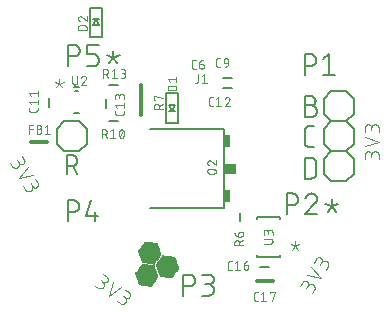
<source format=gbr>
G04 EAGLE Gerber RS-274X export*
G75*
%MOMM*%
%FSLAX34Y34*%
%LPD*%
%INSilkscreen Top*%
%IPPOS*%
%AMOC8*
5,1,8,0,0,1.08239X$1,22.5*%
G01*
%ADD10C,0.152400*%
%ADD11C,0.101600*%
%ADD12R,0.014731X0.014731*%
%ADD13R,0.147319X0.014731*%
%ADD14R,0.265175X0.014731*%
%ADD15R,0.383031X0.014731*%
%ADD16R,0.515619X0.014731*%
%ADD17R,0.633475X0.014731*%
%ADD18R,0.751331X0.014731*%
%ADD19R,0.883919X0.014731*%
%ADD20R,1.001775X0.014731*%
%ADD21R,1.119631X0.014731*%
%ADD22R,1.134363X0.014731*%
%ADD23R,1.149094X0.014731*%
%ADD24R,1.163825X0.014731*%
%ADD25R,1.178556X0.014731*%
%ADD26R,1.193288X0.014731*%
%ADD27R,1.222756X0.014731*%
%ADD28R,1.237488X0.014731*%
%ADD29R,1.266950X0.014731*%
%ADD30R,1.281681X0.014731*%
%ADD31R,1.311144X0.014731*%
%ADD32R,1.325881X0.014731*%
%ADD33R,1.355344X0.014731*%
%ADD34R,1.370075X0.014731*%
%ADD35R,1.384806X0.014731*%
%ADD36R,1.399538X0.014731*%
%ADD37R,1.414275X0.014731*%
%ADD38R,1.443738X0.014731*%
%ADD39R,1.458469X0.014731*%
%ADD40R,1.487931X0.014731*%
%ADD41R,1.502663X0.014731*%
%ADD42R,1.517394X0.014731*%
%ADD43R,1.532125X0.014731*%
%ADD44R,1.546856X0.014731*%
%ADD45R,1.576319X0.014731*%
%ADD46R,1.605788X0.014731*%
%ADD47R,1.620519X0.014731*%
%ADD48R,1.649981X0.014731*%
%ADD49R,1.664713X0.014731*%
%ADD50R,1.694175X0.014731*%
%ADD51R,1.708913X0.014731*%
%ADD52R,1.738375X0.014731*%
%ADD53R,1.753106X0.014731*%
%ADD54R,1.767838X0.014731*%
%ADD55R,1.782569X0.014731*%
%ADD56R,1.797306X0.014731*%
%ADD57R,0.117856X0.014731*%
%ADD58R,1.826769X0.014731*%
%ADD59R,0.235713X0.014731*%
%ADD60R,0.353569X0.014731*%
%ADD61R,1.856231X0.014731*%
%ADD62R,0.486156X0.014731*%
%ADD63R,1.870963X0.014731*%
%ADD64R,0.604013X0.014731*%
%ADD65R,0.721869X0.014731*%
%ADD66R,1.885694X0.014731*%
%ADD67R,0.839719X0.014731*%
%ADD68R,0.972306X0.014731*%
%ADD69R,1.090169X0.014731*%
%ADD70R,1.208025X0.014731*%
%ADD71R,1.252219X0.014731*%
%ADD72R,1.296412X0.014731*%
%ADD73R,1.340612X0.014731*%
%ADD74R,1.826763X0.014731*%
%ADD75R,1.414269X0.014731*%
%ADD76R,1.812031X0.014731*%
%ADD77R,1.429000X0.014731*%
%ADD78R,1.458462X0.014731*%
%ADD79R,1.473200X0.014731*%
%ADD80R,1.723644X0.014731*%
%ADD81R,1.694181X0.014731*%
%ADD82R,1.679450X0.014731*%
%ADD83R,1.561594X0.014731*%
%ADD84R,1.576325X0.014731*%
%ADD85R,1.591056X0.014731*%
%ADD86R,1.635250X0.014731*%
%ADD87R,1.561588X0.014731*%
%ADD88R,1.443731X0.014731*%
%ADD89R,1.797300X0.014731*%
%ADD90R,1.841500X0.014731*%
%ADD91R,1.311150X0.014731*%
%ADD92R,1.296419X0.014731*%
%ADD93R,1.193294X0.014731*%
%ADD94R,0.957575X0.014731*%
%ADD95R,0.589281X0.014731*%
%ADD96R,0.471425X0.014731*%
%ADD97R,0.220975X0.014731*%
%ADD98R,1.812038X0.014731*%
%ADD99R,0.103119X0.014731*%
%ADD100R,0.029463X0.014731*%
%ADD101R,0.162050X0.014731*%
%ADD102R,0.397763X0.014731*%
%ADD103R,0.648206X0.014731*%
%ADD104R,1.679444X0.014731*%
%ADD105R,1.016506X0.014731*%
%ADD106R,1.104900X0.014731*%
%ADD107R,1.222750X0.014731*%
%ADD108R,1.429006X0.014731*%
%ADD109R,1.208019X0.014731*%
%ADD110R,0.987044X0.014731*%
%ADD111R,0.854456X0.014731*%
%ADD112R,0.618744X0.014731*%
%ADD113R,0.500888X0.014731*%
%ADD114R,0.368300X0.014731*%
%ADD115R,0.132587X0.014731*%
%ADD116R,1.664719X0.014731*%
%ADD117R,1.075438X0.014731*%
%ADD118R,0.942844X0.014731*%
%ADD119R,0.707131X0.014731*%
%ADD120R,0.456694X0.014731*%
%ADD121R,0.088388X0.014731*%
%ADD122C,0.127000*%
%ADD123C,0.076200*%
%ADD124C,0.304800*%
%ADD125R,0.600000X1.140000*%
%ADD126R,1.000000X0.880000*%
%ADD127C,0.203200*%
%ADD128C,0.050800*%


D10*
X89530Y179918D02*
X94469Y179918D01*
X94609Y179916D01*
X94748Y179910D01*
X94888Y179900D01*
X95027Y179886D01*
X95166Y179869D01*
X95304Y179847D01*
X95441Y179821D01*
X95578Y179792D01*
X95714Y179759D01*
X95848Y179722D01*
X95982Y179681D01*
X96114Y179636D01*
X96246Y179587D01*
X96375Y179535D01*
X96503Y179480D01*
X96630Y179420D01*
X96755Y179357D01*
X96878Y179291D01*
X96999Y179221D01*
X97118Y179148D01*
X97235Y179071D01*
X97349Y178991D01*
X97462Y178908D01*
X97572Y178822D01*
X97679Y178732D01*
X97784Y178640D01*
X97886Y178545D01*
X97986Y178447D01*
X98083Y178346D01*
X98177Y178242D01*
X98267Y178136D01*
X98355Y178027D01*
X98440Y177916D01*
X98521Y177802D01*
X98600Y177687D01*
X98675Y177569D01*
X98746Y177449D01*
X98814Y177326D01*
X98879Y177203D01*
X98940Y177077D01*
X98998Y176949D01*
X99052Y176821D01*
X99102Y176690D01*
X99149Y176558D01*
X99192Y176425D01*
X99231Y176291D01*
X99266Y176156D01*
X99297Y176020D01*
X99325Y175882D01*
X99348Y175745D01*
X99368Y175606D01*
X99384Y175467D01*
X99396Y175328D01*
X99404Y175189D01*
X99408Y175049D01*
X99408Y174909D01*
X99404Y174769D01*
X99396Y174630D01*
X99384Y174491D01*
X99368Y174352D01*
X99348Y174213D01*
X99325Y174076D01*
X99297Y173938D01*
X99266Y173802D01*
X99231Y173667D01*
X99192Y173533D01*
X99149Y173400D01*
X99102Y173268D01*
X99052Y173137D01*
X98998Y173009D01*
X98940Y172881D01*
X98879Y172755D01*
X98814Y172632D01*
X98746Y172510D01*
X98675Y172389D01*
X98600Y172271D01*
X98521Y172156D01*
X98440Y172042D01*
X98355Y171931D01*
X98267Y171822D01*
X98177Y171716D01*
X98083Y171612D01*
X97986Y171511D01*
X97886Y171413D01*
X97784Y171318D01*
X97679Y171226D01*
X97572Y171136D01*
X97462Y171050D01*
X97349Y170967D01*
X97235Y170887D01*
X97118Y170810D01*
X96999Y170737D01*
X96878Y170667D01*
X96755Y170601D01*
X96630Y170538D01*
X96503Y170478D01*
X96375Y170423D01*
X96246Y170371D01*
X96114Y170322D01*
X95982Y170277D01*
X95848Y170236D01*
X95714Y170199D01*
X95578Y170166D01*
X95441Y170137D01*
X95304Y170111D01*
X95166Y170089D01*
X95027Y170072D01*
X94888Y170058D01*
X94748Y170048D01*
X94609Y170042D01*
X94469Y170040D01*
X89530Y170040D01*
X89530Y187820D01*
X94469Y187820D01*
X94593Y187818D01*
X94717Y187812D01*
X94841Y187802D01*
X94964Y187789D01*
X95087Y187771D01*
X95209Y187750D01*
X95331Y187725D01*
X95452Y187696D01*
X95571Y187663D01*
X95690Y187627D01*
X95807Y187586D01*
X95923Y187543D01*
X96038Y187495D01*
X96151Y187444D01*
X96263Y187389D01*
X96372Y187331D01*
X96480Y187270D01*
X96586Y187205D01*
X96690Y187137D01*
X96791Y187065D01*
X96891Y186991D01*
X96987Y186913D01*
X97082Y186833D01*
X97174Y186749D01*
X97263Y186663D01*
X97349Y186574D01*
X97433Y186482D01*
X97513Y186387D01*
X97591Y186291D01*
X97665Y186191D01*
X97737Y186090D01*
X97805Y185986D01*
X97870Y185880D01*
X97931Y185772D01*
X97989Y185663D01*
X98044Y185551D01*
X98095Y185438D01*
X98143Y185323D01*
X98186Y185207D01*
X98227Y185090D01*
X98263Y184971D01*
X98296Y184852D01*
X98325Y184731D01*
X98350Y184609D01*
X98371Y184487D01*
X98389Y184364D01*
X98402Y184241D01*
X98412Y184117D01*
X98418Y183993D01*
X98420Y183869D01*
X98418Y183745D01*
X98412Y183621D01*
X98402Y183497D01*
X98389Y183374D01*
X98371Y183251D01*
X98350Y183129D01*
X98325Y183007D01*
X98296Y182886D01*
X98263Y182767D01*
X98227Y182648D01*
X98186Y182531D01*
X98143Y182415D01*
X98095Y182300D01*
X98044Y182187D01*
X97989Y182075D01*
X97931Y181966D01*
X97870Y181858D01*
X97805Y181752D01*
X97737Y181648D01*
X97665Y181547D01*
X97591Y181447D01*
X97513Y181351D01*
X97433Y181256D01*
X97349Y181164D01*
X97263Y181075D01*
X97174Y180989D01*
X97082Y180905D01*
X96987Y180825D01*
X96891Y180747D01*
X96791Y180673D01*
X96690Y180601D01*
X96586Y180533D01*
X96480Y180468D01*
X96372Y180407D01*
X96263Y180349D01*
X96151Y180294D01*
X96038Y180243D01*
X95923Y180195D01*
X95807Y180152D01*
X95690Y180111D01*
X95571Y180075D01*
X95452Y180042D01*
X95331Y180013D01*
X95209Y179988D01*
X95087Y179967D01*
X94964Y179949D01*
X94841Y179936D01*
X94717Y179926D01*
X94593Y179920D01*
X94469Y179918D01*
X89235Y135679D02*
X89235Y117899D01*
X89235Y135679D02*
X94174Y135679D01*
X94313Y135677D01*
X94451Y135671D01*
X94589Y135662D01*
X94727Y135648D01*
X94864Y135631D01*
X95001Y135609D01*
X95138Y135584D01*
X95273Y135555D01*
X95408Y135522D01*
X95541Y135486D01*
X95674Y135446D01*
X95805Y135402D01*
X95935Y135354D01*
X96064Y135303D01*
X96191Y135248D01*
X96317Y135190D01*
X96441Y135128D01*
X96563Y135063D01*
X96683Y134994D01*
X96802Y134922D01*
X96918Y134847D01*
X97032Y134768D01*
X97144Y134686D01*
X97253Y134601D01*
X97361Y134514D01*
X97465Y134423D01*
X97567Y134329D01*
X97666Y134232D01*
X97763Y134133D01*
X97857Y134031D01*
X97948Y133927D01*
X98035Y133819D01*
X98120Y133710D01*
X98202Y133598D01*
X98281Y133484D01*
X98356Y133368D01*
X98428Y133249D01*
X98497Y133129D01*
X98562Y133007D01*
X98624Y132883D01*
X98682Y132757D01*
X98737Y132630D01*
X98788Y132501D01*
X98836Y132371D01*
X98880Y132240D01*
X98920Y132107D01*
X98956Y131974D01*
X98989Y131839D01*
X99018Y131704D01*
X99043Y131567D01*
X99065Y131430D01*
X99082Y131293D01*
X99096Y131155D01*
X99105Y131017D01*
X99111Y130879D01*
X99113Y130740D01*
X99113Y122838D01*
X99111Y122699D01*
X99105Y122561D01*
X99096Y122423D01*
X99082Y122285D01*
X99065Y122148D01*
X99043Y122011D01*
X99018Y121874D01*
X98989Y121739D01*
X98956Y121604D01*
X98920Y121471D01*
X98880Y121338D01*
X98836Y121207D01*
X98788Y121077D01*
X98737Y120948D01*
X98682Y120821D01*
X98624Y120695D01*
X98562Y120571D01*
X98497Y120449D01*
X98428Y120329D01*
X98356Y120210D01*
X98281Y120094D01*
X98202Y119980D01*
X98120Y119868D01*
X98035Y119759D01*
X97948Y119651D01*
X97857Y119547D01*
X97763Y119445D01*
X97666Y119346D01*
X97567Y119249D01*
X97465Y119155D01*
X97361Y119064D01*
X97253Y118977D01*
X97144Y118892D01*
X97032Y118810D01*
X96918Y118731D01*
X96802Y118656D01*
X96683Y118584D01*
X96563Y118515D01*
X96441Y118450D01*
X96317Y118388D01*
X96191Y118330D01*
X96064Y118275D01*
X95935Y118224D01*
X95805Y118176D01*
X95674Y118132D01*
X95541Y118092D01*
X95408Y118056D01*
X95273Y118023D01*
X95138Y117994D01*
X95001Y117969D01*
X94864Y117947D01*
X94727Y117930D01*
X94589Y117916D01*
X94451Y117907D01*
X94313Y117901D01*
X94174Y117899D01*
X89235Y117899D01*
X93033Y144727D02*
X96984Y144727D01*
X93033Y144727D02*
X92909Y144729D01*
X92785Y144735D01*
X92661Y144745D01*
X92538Y144758D01*
X92415Y144776D01*
X92293Y144797D01*
X92171Y144822D01*
X92050Y144851D01*
X91931Y144884D01*
X91812Y144920D01*
X91695Y144961D01*
X91579Y145004D01*
X91464Y145052D01*
X91351Y145103D01*
X91239Y145158D01*
X91130Y145216D01*
X91022Y145277D01*
X90916Y145342D01*
X90812Y145410D01*
X90711Y145482D01*
X90611Y145556D01*
X90515Y145634D01*
X90420Y145714D01*
X90328Y145798D01*
X90239Y145884D01*
X90153Y145973D01*
X90069Y146065D01*
X89989Y146160D01*
X89911Y146256D01*
X89837Y146356D01*
X89765Y146457D01*
X89697Y146561D01*
X89632Y146667D01*
X89571Y146775D01*
X89513Y146884D01*
X89458Y146996D01*
X89407Y147109D01*
X89359Y147224D01*
X89316Y147340D01*
X89275Y147457D01*
X89239Y147576D01*
X89206Y147695D01*
X89177Y147816D01*
X89152Y147938D01*
X89131Y148060D01*
X89113Y148183D01*
X89100Y148306D01*
X89090Y148430D01*
X89084Y148554D01*
X89082Y148678D01*
X89082Y158556D01*
X89084Y158680D01*
X89090Y158804D01*
X89100Y158928D01*
X89113Y159051D01*
X89131Y159174D01*
X89152Y159296D01*
X89177Y159418D01*
X89206Y159539D01*
X89239Y159658D01*
X89275Y159777D01*
X89316Y159894D01*
X89359Y160010D01*
X89407Y160125D01*
X89458Y160238D01*
X89513Y160350D01*
X89571Y160459D01*
X89632Y160567D01*
X89697Y160673D01*
X89765Y160777D01*
X89837Y160878D01*
X89911Y160978D01*
X89989Y161074D01*
X90069Y161169D01*
X90153Y161261D01*
X90239Y161350D01*
X90328Y161436D01*
X90420Y161520D01*
X90515Y161600D01*
X90611Y161678D01*
X90711Y161752D01*
X90812Y161824D01*
X90916Y161892D01*
X91022Y161957D01*
X91130Y162018D01*
X91239Y162076D01*
X91351Y162131D01*
X91464Y162182D01*
X91579Y162230D01*
X91695Y162273D01*
X91812Y162314D01*
X91931Y162350D01*
X92050Y162383D01*
X92171Y162412D01*
X92293Y162437D01*
X92415Y162458D01*
X92538Y162476D01*
X92661Y162489D01*
X92785Y162499D01*
X92909Y162505D01*
X93033Y162507D01*
X96984Y162507D01*
D11*
X151982Y137670D02*
X151982Y134424D01*
X151982Y137670D02*
X151980Y137783D01*
X151974Y137896D01*
X151964Y138009D01*
X151950Y138122D01*
X151933Y138234D01*
X151911Y138345D01*
X151886Y138455D01*
X151856Y138565D01*
X151823Y138673D01*
X151786Y138780D01*
X151746Y138886D01*
X151701Y138990D01*
X151653Y139093D01*
X151602Y139194D01*
X151547Y139293D01*
X151489Y139390D01*
X151427Y139485D01*
X151362Y139578D01*
X151294Y139668D01*
X151223Y139756D01*
X151148Y139842D01*
X151071Y139925D01*
X150991Y140005D01*
X150908Y140082D01*
X150822Y140157D01*
X150734Y140228D01*
X150644Y140296D01*
X150551Y140361D01*
X150456Y140423D01*
X150359Y140481D01*
X150260Y140536D01*
X150159Y140587D01*
X150056Y140635D01*
X149952Y140680D01*
X149846Y140720D01*
X149739Y140757D01*
X149631Y140790D01*
X149521Y140820D01*
X149411Y140845D01*
X149300Y140867D01*
X149188Y140884D01*
X149075Y140898D01*
X148962Y140908D01*
X148849Y140914D01*
X148736Y140916D01*
X148623Y140914D01*
X148510Y140908D01*
X148397Y140898D01*
X148284Y140884D01*
X148172Y140867D01*
X148061Y140845D01*
X147951Y140820D01*
X147841Y140790D01*
X147733Y140757D01*
X147626Y140720D01*
X147520Y140680D01*
X147416Y140635D01*
X147313Y140587D01*
X147212Y140536D01*
X147113Y140481D01*
X147016Y140423D01*
X146921Y140361D01*
X146828Y140296D01*
X146738Y140228D01*
X146650Y140157D01*
X146564Y140082D01*
X146481Y140005D01*
X146401Y139925D01*
X146324Y139842D01*
X146249Y139756D01*
X146178Y139668D01*
X146110Y139578D01*
X146045Y139485D01*
X145983Y139390D01*
X145925Y139293D01*
X145870Y139194D01*
X145819Y139093D01*
X145771Y138990D01*
X145726Y138886D01*
X145686Y138780D01*
X145649Y138673D01*
X145616Y138565D01*
X145586Y138455D01*
X145561Y138345D01*
X145539Y138234D01*
X145522Y138122D01*
X145508Y138009D01*
X145498Y137896D01*
X145492Y137783D01*
X145490Y137670D01*
X140298Y138319D02*
X140298Y134424D01*
X140298Y138319D02*
X140300Y138420D01*
X140306Y138520D01*
X140316Y138620D01*
X140329Y138720D01*
X140347Y138819D01*
X140368Y138918D01*
X140393Y139015D01*
X140422Y139112D01*
X140455Y139207D01*
X140491Y139301D01*
X140531Y139393D01*
X140574Y139484D01*
X140621Y139573D01*
X140671Y139660D01*
X140725Y139746D01*
X140782Y139829D01*
X140842Y139909D01*
X140905Y139988D01*
X140972Y140064D01*
X141041Y140137D01*
X141113Y140207D01*
X141187Y140275D01*
X141264Y140340D01*
X141344Y140401D01*
X141426Y140460D01*
X141510Y140515D01*
X141596Y140567D01*
X141684Y140616D01*
X141774Y140661D01*
X141866Y140703D01*
X141959Y140741D01*
X142054Y140775D01*
X142149Y140806D01*
X142246Y140833D01*
X142344Y140856D01*
X142443Y140876D01*
X142543Y140891D01*
X142643Y140903D01*
X142743Y140911D01*
X142844Y140915D01*
X142944Y140915D01*
X143045Y140911D01*
X143145Y140903D01*
X143245Y140891D01*
X143345Y140876D01*
X143444Y140856D01*
X143542Y140833D01*
X143639Y140806D01*
X143734Y140775D01*
X143829Y140741D01*
X143922Y140703D01*
X144014Y140661D01*
X144104Y140616D01*
X144192Y140567D01*
X144278Y140515D01*
X144362Y140460D01*
X144444Y140401D01*
X144524Y140340D01*
X144601Y140275D01*
X144675Y140207D01*
X144747Y140137D01*
X144816Y140064D01*
X144883Y139988D01*
X144946Y139909D01*
X145006Y139829D01*
X145063Y139746D01*
X145117Y139660D01*
X145167Y139573D01*
X145214Y139484D01*
X145257Y139393D01*
X145297Y139301D01*
X145333Y139207D01*
X145366Y139112D01*
X145395Y139015D01*
X145420Y138918D01*
X145441Y138819D01*
X145459Y138720D01*
X145472Y138620D01*
X145482Y138520D01*
X145488Y138420D01*
X145490Y138319D01*
X145491Y138319D02*
X145491Y135723D01*
X140298Y145205D02*
X151982Y149100D01*
X140298Y152995D01*
X151982Y157284D02*
X151982Y160530D01*
X151980Y160643D01*
X151974Y160756D01*
X151964Y160869D01*
X151950Y160982D01*
X151933Y161094D01*
X151911Y161205D01*
X151886Y161315D01*
X151856Y161425D01*
X151823Y161533D01*
X151786Y161640D01*
X151746Y161746D01*
X151701Y161850D01*
X151653Y161953D01*
X151602Y162054D01*
X151547Y162153D01*
X151489Y162250D01*
X151427Y162345D01*
X151362Y162438D01*
X151294Y162528D01*
X151223Y162616D01*
X151148Y162702D01*
X151071Y162785D01*
X150991Y162865D01*
X150908Y162942D01*
X150822Y163017D01*
X150734Y163088D01*
X150644Y163156D01*
X150551Y163221D01*
X150456Y163283D01*
X150359Y163341D01*
X150260Y163396D01*
X150159Y163447D01*
X150056Y163495D01*
X149952Y163540D01*
X149846Y163580D01*
X149739Y163617D01*
X149631Y163650D01*
X149521Y163680D01*
X149411Y163705D01*
X149300Y163727D01*
X149188Y163744D01*
X149075Y163758D01*
X148962Y163768D01*
X148849Y163774D01*
X148736Y163776D01*
X148623Y163774D01*
X148510Y163768D01*
X148397Y163758D01*
X148284Y163744D01*
X148172Y163727D01*
X148061Y163705D01*
X147951Y163680D01*
X147841Y163650D01*
X147733Y163617D01*
X147626Y163580D01*
X147520Y163540D01*
X147416Y163495D01*
X147313Y163447D01*
X147212Y163396D01*
X147113Y163341D01*
X147016Y163283D01*
X146921Y163221D01*
X146828Y163156D01*
X146738Y163088D01*
X146650Y163017D01*
X146564Y162942D01*
X146481Y162865D01*
X146401Y162785D01*
X146324Y162702D01*
X146249Y162616D01*
X146178Y162528D01*
X146110Y162438D01*
X146045Y162345D01*
X145983Y162250D01*
X145925Y162153D01*
X145870Y162054D01*
X145819Y161953D01*
X145771Y161850D01*
X145726Y161746D01*
X145686Y161640D01*
X145649Y161533D01*
X145616Y161425D01*
X145586Y161315D01*
X145561Y161205D01*
X145539Y161094D01*
X145522Y160982D01*
X145508Y160869D01*
X145498Y160756D01*
X145492Y160643D01*
X145490Y160530D01*
X140298Y161179D02*
X140298Y157284D01*
X140298Y161179D02*
X140300Y161280D01*
X140306Y161380D01*
X140316Y161480D01*
X140329Y161580D01*
X140347Y161679D01*
X140368Y161778D01*
X140393Y161875D01*
X140422Y161972D01*
X140455Y162067D01*
X140491Y162161D01*
X140531Y162253D01*
X140574Y162344D01*
X140621Y162433D01*
X140671Y162520D01*
X140725Y162606D01*
X140782Y162689D01*
X140842Y162769D01*
X140905Y162848D01*
X140972Y162924D01*
X141041Y162997D01*
X141113Y163067D01*
X141187Y163135D01*
X141264Y163200D01*
X141344Y163261D01*
X141426Y163320D01*
X141510Y163375D01*
X141596Y163427D01*
X141684Y163476D01*
X141774Y163521D01*
X141866Y163563D01*
X141959Y163601D01*
X142054Y163635D01*
X142149Y163666D01*
X142246Y163693D01*
X142344Y163716D01*
X142443Y163736D01*
X142543Y163751D01*
X142643Y163763D01*
X142743Y163771D01*
X142844Y163775D01*
X142944Y163775D01*
X143045Y163771D01*
X143145Y163763D01*
X143245Y163751D01*
X143345Y163736D01*
X143444Y163716D01*
X143542Y163693D01*
X143639Y163666D01*
X143734Y163635D01*
X143829Y163601D01*
X143922Y163563D01*
X144014Y163521D01*
X144104Y163476D01*
X144192Y163427D01*
X144278Y163375D01*
X144362Y163320D01*
X144444Y163261D01*
X144524Y163200D01*
X144601Y163135D01*
X144675Y163067D01*
X144747Y162997D01*
X144816Y162924D01*
X144883Y162848D01*
X144946Y162769D01*
X145006Y162689D01*
X145063Y162606D01*
X145117Y162520D01*
X145167Y162433D01*
X145214Y162344D01*
X145257Y162253D01*
X145297Y162161D01*
X145333Y162067D01*
X145366Y161972D01*
X145395Y161875D01*
X145420Y161778D01*
X145441Y161679D01*
X145459Y161580D01*
X145472Y161480D01*
X145482Y161380D01*
X145488Y161280D01*
X145490Y161179D01*
X145491Y161179D02*
X145491Y158583D01*
X97143Y23747D02*
X95520Y20937D01*
X97143Y23747D02*
X97198Y23846D01*
X97249Y23947D01*
X97297Y24050D01*
X97342Y24154D01*
X97382Y24260D01*
X97419Y24367D01*
X97452Y24475D01*
X97482Y24585D01*
X97507Y24695D01*
X97529Y24806D01*
X97546Y24918D01*
X97560Y25031D01*
X97570Y25144D01*
X97576Y25257D01*
X97578Y25370D01*
X97576Y25483D01*
X97570Y25596D01*
X97560Y25709D01*
X97546Y25822D01*
X97529Y25934D01*
X97507Y26045D01*
X97482Y26155D01*
X97452Y26265D01*
X97419Y26373D01*
X97382Y26480D01*
X97342Y26586D01*
X97297Y26690D01*
X97249Y26793D01*
X97198Y26894D01*
X97143Y26993D01*
X97085Y27090D01*
X97023Y27185D01*
X96958Y27278D01*
X96890Y27368D01*
X96819Y27456D01*
X96744Y27542D01*
X96667Y27625D01*
X96587Y27705D01*
X96504Y27782D01*
X96418Y27857D01*
X96330Y27928D01*
X96240Y27996D01*
X96147Y28061D01*
X96052Y28123D01*
X95955Y28181D01*
X95856Y28236D01*
X95755Y28287D01*
X95652Y28335D01*
X95548Y28380D01*
X95442Y28420D01*
X95335Y28457D01*
X95227Y28490D01*
X95117Y28520D01*
X95007Y28545D01*
X94896Y28567D01*
X94784Y28584D01*
X94671Y28598D01*
X94558Y28608D01*
X94445Y28614D01*
X94332Y28616D01*
X94219Y28614D01*
X94106Y28608D01*
X93993Y28598D01*
X93880Y28584D01*
X93768Y28567D01*
X93657Y28545D01*
X93547Y28520D01*
X93437Y28490D01*
X93329Y28457D01*
X93222Y28420D01*
X93116Y28380D01*
X93012Y28335D01*
X92909Y28287D01*
X92808Y28236D01*
X92709Y28181D01*
X92612Y28123D01*
X92517Y28061D01*
X92424Y27996D01*
X92334Y27928D01*
X92246Y27857D01*
X92160Y27782D01*
X92077Y27705D01*
X91997Y27625D01*
X91920Y27542D01*
X91845Y27456D01*
X91774Y27368D01*
X91706Y27278D01*
X91641Y27185D01*
X91579Y27090D01*
X91521Y26993D01*
X87349Y30151D02*
X85401Y26779D01*
X87349Y30151D02*
X87401Y30237D01*
X87456Y30321D01*
X87515Y30403D01*
X87576Y30483D01*
X87641Y30560D01*
X87709Y30634D01*
X87779Y30706D01*
X87852Y30775D01*
X87928Y30842D01*
X88007Y30905D01*
X88087Y30965D01*
X88170Y31022D01*
X88256Y31076D01*
X88343Y31126D01*
X88432Y31173D01*
X88523Y31216D01*
X88615Y31256D01*
X88709Y31292D01*
X88804Y31325D01*
X88901Y31354D01*
X88998Y31379D01*
X89097Y31400D01*
X89196Y31418D01*
X89296Y31431D01*
X89396Y31441D01*
X89496Y31447D01*
X89597Y31449D01*
X89698Y31447D01*
X89798Y31441D01*
X89898Y31431D01*
X89998Y31418D01*
X90097Y31400D01*
X90196Y31379D01*
X90293Y31354D01*
X90390Y31325D01*
X90485Y31292D01*
X90579Y31256D01*
X90671Y31216D01*
X90762Y31173D01*
X90851Y31126D01*
X90938Y31076D01*
X91024Y31022D01*
X91107Y30965D01*
X91187Y30905D01*
X91266Y30842D01*
X91342Y30775D01*
X91415Y30706D01*
X91485Y30634D01*
X91553Y30560D01*
X91618Y30483D01*
X91679Y30403D01*
X91738Y30321D01*
X91793Y30237D01*
X91845Y30151D01*
X91894Y30063D01*
X91939Y29973D01*
X91981Y29881D01*
X92019Y29788D01*
X92053Y29693D01*
X92084Y29598D01*
X92111Y29501D01*
X92134Y29403D01*
X92154Y29304D01*
X92169Y29204D01*
X92181Y29104D01*
X92189Y29004D01*
X92193Y28903D01*
X92193Y28803D01*
X92189Y28702D01*
X92181Y28602D01*
X92169Y28502D01*
X92154Y28402D01*
X92134Y28303D01*
X92111Y28205D01*
X92084Y28108D01*
X92053Y28013D01*
X92019Y27918D01*
X91981Y27825D01*
X91939Y27733D01*
X91894Y27643D01*
X91845Y27555D01*
X91846Y27555D02*
X90548Y25306D01*
X90792Y36115D02*
X102858Y33646D01*
X94686Y42861D01*
X106950Y40734D02*
X108573Y43544D01*
X108628Y43643D01*
X108679Y43744D01*
X108727Y43847D01*
X108772Y43951D01*
X108812Y44057D01*
X108849Y44164D01*
X108882Y44272D01*
X108912Y44382D01*
X108937Y44492D01*
X108959Y44603D01*
X108976Y44715D01*
X108990Y44828D01*
X109000Y44941D01*
X109006Y45054D01*
X109008Y45167D01*
X109006Y45280D01*
X109000Y45393D01*
X108990Y45506D01*
X108976Y45619D01*
X108959Y45731D01*
X108937Y45842D01*
X108912Y45952D01*
X108882Y46062D01*
X108849Y46170D01*
X108812Y46277D01*
X108772Y46383D01*
X108727Y46487D01*
X108679Y46590D01*
X108628Y46691D01*
X108573Y46790D01*
X108515Y46887D01*
X108453Y46982D01*
X108388Y47075D01*
X108320Y47165D01*
X108249Y47253D01*
X108174Y47339D01*
X108097Y47422D01*
X108017Y47502D01*
X107934Y47579D01*
X107848Y47654D01*
X107760Y47725D01*
X107670Y47793D01*
X107577Y47858D01*
X107482Y47920D01*
X107385Y47978D01*
X107286Y48033D01*
X107185Y48084D01*
X107082Y48132D01*
X106978Y48177D01*
X106872Y48217D01*
X106765Y48254D01*
X106657Y48287D01*
X106547Y48317D01*
X106437Y48342D01*
X106326Y48364D01*
X106214Y48381D01*
X106101Y48395D01*
X105988Y48405D01*
X105875Y48411D01*
X105762Y48413D01*
X105649Y48411D01*
X105536Y48405D01*
X105423Y48395D01*
X105310Y48381D01*
X105198Y48364D01*
X105087Y48342D01*
X104977Y48317D01*
X104867Y48287D01*
X104759Y48254D01*
X104652Y48217D01*
X104546Y48177D01*
X104442Y48132D01*
X104339Y48084D01*
X104238Y48033D01*
X104139Y47978D01*
X104042Y47920D01*
X103947Y47858D01*
X103854Y47793D01*
X103764Y47725D01*
X103676Y47654D01*
X103590Y47579D01*
X103507Y47502D01*
X103427Y47422D01*
X103350Y47339D01*
X103275Y47253D01*
X103204Y47165D01*
X103136Y47075D01*
X103071Y46982D01*
X103009Y46887D01*
X102951Y46790D01*
X98779Y49949D02*
X96831Y46576D01*
X98779Y49948D02*
X98831Y50034D01*
X98886Y50118D01*
X98945Y50200D01*
X99006Y50280D01*
X99071Y50357D01*
X99139Y50431D01*
X99209Y50503D01*
X99282Y50572D01*
X99358Y50639D01*
X99437Y50702D01*
X99517Y50762D01*
X99600Y50819D01*
X99686Y50873D01*
X99773Y50923D01*
X99862Y50970D01*
X99953Y51013D01*
X100045Y51053D01*
X100139Y51089D01*
X100234Y51122D01*
X100331Y51151D01*
X100428Y51176D01*
X100527Y51197D01*
X100626Y51215D01*
X100726Y51228D01*
X100826Y51238D01*
X100926Y51244D01*
X101027Y51246D01*
X101128Y51244D01*
X101228Y51238D01*
X101328Y51228D01*
X101428Y51215D01*
X101527Y51197D01*
X101626Y51176D01*
X101723Y51151D01*
X101820Y51122D01*
X101915Y51089D01*
X102009Y51053D01*
X102101Y51013D01*
X102192Y50970D01*
X102281Y50923D01*
X102368Y50873D01*
X102454Y50819D01*
X102537Y50762D01*
X102617Y50702D01*
X102696Y50639D01*
X102772Y50572D01*
X102845Y50503D01*
X102915Y50431D01*
X102983Y50357D01*
X103048Y50280D01*
X103109Y50200D01*
X103168Y50118D01*
X103223Y50034D01*
X103275Y49948D01*
X103324Y49860D01*
X103369Y49770D01*
X103411Y49678D01*
X103449Y49585D01*
X103483Y49490D01*
X103514Y49395D01*
X103541Y49298D01*
X103564Y49200D01*
X103584Y49101D01*
X103599Y49001D01*
X103611Y48901D01*
X103619Y48801D01*
X103623Y48700D01*
X103623Y48600D01*
X103619Y48499D01*
X103611Y48399D01*
X103599Y48299D01*
X103584Y48199D01*
X103564Y48100D01*
X103541Y48002D01*
X103514Y47905D01*
X103483Y47810D01*
X103449Y47715D01*
X103411Y47622D01*
X103369Y47530D01*
X103324Y47440D01*
X103275Y47352D01*
X103276Y47352D02*
X101978Y45104D01*
X-85824Y25420D02*
X-88482Y27282D01*
X-85824Y25420D02*
X-85730Y25357D01*
X-85634Y25297D01*
X-85536Y25240D01*
X-85436Y25187D01*
X-85334Y25137D01*
X-85230Y25091D01*
X-85125Y25049D01*
X-85019Y25010D01*
X-84911Y24975D01*
X-84802Y24944D01*
X-84692Y24916D01*
X-84581Y24893D01*
X-84470Y24873D01*
X-84358Y24857D01*
X-84245Y24845D01*
X-84132Y24837D01*
X-84019Y24833D01*
X-83905Y24833D01*
X-83792Y24837D01*
X-83679Y24845D01*
X-83566Y24857D01*
X-83454Y24873D01*
X-83343Y24893D01*
X-83232Y24916D01*
X-83122Y24944D01*
X-83013Y24975D01*
X-82905Y25010D01*
X-82799Y25049D01*
X-82694Y25091D01*
X-82590Y25137D01*
X-82488Y25187D01*
X-82388Y25240D01*
X-82290Y25297D01*
X-82194Y25357D01*
X-82100Y25420D01*
X-82009Y25487D01*
X-81919Y25556D01*
X-81832Y25629D01*
X-81748Y25705D01*
X-81667Y25784D01*
X-81588Y25865D01*
X-81512Y25949D01*
X-81439Y26036D01*
X-81370Y26126D01*
X-81303Y26217D01*
X-81240Y26311D01*
X-81180Y26407D01*
X-81123Y26505D01*
X-81070Y26605D01*
X-81020Y26707D01*
X-80974Y26811D01*
X-80932Y26916D01*
X-80893Y27022D01*
X-80858Y27130D01*
X-80827Y27239D01*
X-80799Y27349D01*
X-80776Y27460D01*
X-80756Y27571D01*
X-80740Y27683D01*
X-80728Y27796D01*
X-80720Y27909D01*
X-80716Y28022D01*
X-80716Y28136D01*
X-80720Y28249D01*
X-80728Y28362D01*
X-80740Y28475D01*
X-80756Y28587D01*
X-80776Y28698D01*
X-80799Y28809D01*
X-80827Y28919D01*
X-80858Y29028D01*
X-80893Y29136D01*
X-80932Y29242D01*
X-80974Y29347D01*
X-81020Y29451D01*
X-81070Y29553D01*
X-81123Y29653D01*
X-81180Y29751D01*
X-81240Y29847D01*
X-81303Y29941D01*
X-81370Y30032D01*
X-81439Y30122D01*
X-81512Y30209D01*
X-81588Y30293D01*
X-81667Y30374D01*
X-81748Y30453D01*
X-81832Y30529D01*
X-81919Y30602D01*
X-82008Y30671D01*
X-82100Y30738D01*
X-78590Y34619D02*
X-81781Y36853D01*
X-78591Y34619D02*
X-78510Y34559D01*
X-78431Y34497D01*
X-78354Y34431D01*
X-78280Y34363D01*
X-78209Y34292D01*
X-78141Y34218D01*
X-78075Y34141D01*
X-78013Y34062D01*
X-77953Y33981D01*
X-77897Y33897D01*
X-77844Y33812D01*
X-77795Y33724D01*
X-77749Y33635D01*
X-77706Y33543D01*
X-77667Y33450D01*
X-77632Y33356D01*
X-77600Y33261D01*
X-77572Y33164D01*
X-77548Y33066D01*
X-77528Y32968D01*
X-77511Y32868D01*
X-77499Y32768D01*
X-77490Y32668D01*
X-77485Y32567D01*
X-77484Y32467D01*
X-77487Y32366D01*
X-77494Y32266D01*
X-77505Y32166D01*
X-77519Y32066D01*
X-77538Y31967D01*
X-77560Y31869D01*
X-77586Y31772D01*
X-77616Y31675D01*
X-77649Y31581D01*
X-77686Y31487D01*
X-77727Y31395D01*
X-77772Y31304D01*
X-77819Y31216D01*
X-77871Y31129D01*
X-77925Y31045D01*
X-77983Y30962D01*
X-78044Y30882D01*
X-78108Y30804D01*
X-78175Y30729D01*
X-78244Y30656D01*
X-78317Y30587D01*
X-78392Y30520D01*
X-78470Y30456D01*
X-78550Y30395D01*
X-78633Y30337D01*
X-78717Y30283D01*
X-78804Y30231D01*
X-78892Y30184D01*
X-78983Y30139D01*
X-79075Y30098D01*
X-79168Y30061D01*
X-79263Y30028D01*
X-79360Y29998D01*
X-79457Y29972D01*
X-79555Y29950D01*
X-79654Y29931D01*
X-79754Y29917D01*
X-79854Y29906D01*
X-79954Y29899D01*
X-80055Y29896D01*
X-80155Y29897D01*
X-80256Y29902D01*
X-80356Y29911D01*
X-80456Y29923D01*
X-80556Y29940D01*
X-80654Y29960D01*
X-80752Y29984D01*
X-80849Y30012D01*
X-80944Y30044D01*
X-81038Y30079D01*
X-81131Y30118D01*
X-81223Y30161D01*
X-81312Y30207D01*
X-81400Y30256D01*
X-81485Y30309D01*
X-81569Y30365D01*
X-83696Y31855D01*
X-72949Y30669D02*
X-76461Y18864D01*
X-66569Y26202D01*
X-69756Y14170D02*
X-67098Y12308D01*
X-67004Y12245D01*
X-66908Y12185D01*
X-66810Y12128D01*
X-66710Y12075D01*
X-66608Y12025D01*
X-66504Y11979D01*
X-66399Y11937D01*
X-66293Y11898D01*
X-66185Y11863D01*
X-66076Y11832D01*
X-65966Y11804D01*
X-65855Y11781D01*
X-65744Y11761D01*
X-65632Y11745D01*
X-65519Y11733D01*
X-65406Y11725D01*
X-65293Y11721D01*
X-65179Y11721D01*
X-65066Y11725D01*
X-64953Y11733D01*
X-64840Y11745D01*
X-64728Y11761D01*
X-64617Y11781D01*
X-64506Y11804D01*
X-64396Y11832D01*
X-64287Y11863D01*
X-64179Y11898D01*
X-64073Y11937D01*
X-63968Y11979D01*
X-63864Y12025D01*
X-63762Y12075D01*
X-63662Y12128D01*
X-63564Y12185D01*
X-63468Y12245D01*
X-63374Y12308D01*
X-63283Y12375D01*
X-63193Y12444D01*
X-63106Y12517D01*
X-63022Y12593D01*
X-62941Y12672D01*
X-62862Y12753D01*
X-62786Y12837D01*
X-62713Y12924D01*
X-62644Y13014D01*
X-62577Y13105D01*
X-62514Y13199D01*
X-62454Y13295D01*
X-62397Y13393D01*
X-62344Y13493D01*
X-62294Y13595D01*
X-62248Y13699D01*
X-62206Y13804D01*
X-62167Y13910D01*
X-62132Y14018D01*
X-62101Y14127D01*
X-62073Y14237D01*
X-62050Y14348D01*
X-62030Y14459D01*
X-62014Y14571D01*
X-62002Y14684D01*
X-61994Y14797D01*
X-61990Y14910D01*
X-61990Y15024D01*
X-61994Y15137D01*
X-62002Y15250D01*
X-62014Y15363D01*
X-62030Y15475D01*
X-62050Y15586D01*
X-62073Y15697D01*
X-62101Y15807D01*
X-62132Y15916D01*
X-62167Y16024D01*
X-62206Y16130D01*
X-62248Y16235D01*
X-62294Y16339D01*
X-62344Y16441D01*
X-62397Y16541D01*
X-62454Y16639D01*
X-62514Y16735D01*
X-62577Y16829D01*
X-62644Y16920D01*
X-62713Y17010D01*
X-62786Y17097D01*
X-62862Y17181D01*
X-62941Y17262D01*
X-63022Y17341D01*
X-63106Y17417D01*
X-63193Y17490D01*
X-63282Y17559D01*
X-63374Y17626D01*
X-59864Y21507D02*
X-63055Y23741D01*
X-59865Y21507D02*
X-59784Y21447D01*
X-59705Y21385D01*
X-59628Y21319D01*
X-59554Y21251D01*
X-59483Y21180D01*
X-59415Y21106D01*
X-59349Y21029D01*
X-59287Y20950D01*
X-59227Y20869D01*
X-59171Y20785D01*
X-59118Y20700D01*
X-59069Y20612D01*
X-59023Y20523D01*
X-58980Y20431D01*
X-58941Y20338D01*
X-58906Y20244D01*
X-58874Y20149D01*
X-58846Y20052D01*
X-58822Y19954D01*
X-58802Y19856D01*
X-58785Y19756D01*
X-58773Y19656D01*
X-58764Y19556D01*
X-58759Y19455D01*
X-58758Y19355D01*
X-58761Y19254D01*
X-58768Y19154D01*
X-58779Y19054D01*
X-58793Y18954D01*
X-58812Y18855D01*
X-58834Y18757D01*
X-58860Y18660D01*
X-58890Y18563D01*
X-58923Y18469D01*
X-58960Y18375D01*
X-59001Y18283D01*
X-59046Y18192D01*
X-59093Y18104D01*
X-59145Y18017D01*
X-59199Y17933D01*
X-59257Y17850D01*
X-59318Y17770D01*
X-59382Y17692D01*
X-59449Y17617D01*
X-59518Y17544D01*
X-59591Y17475D01*
X-59666Y17408D01*
X-59744Y17344D01*
X-59824Y17283D01*
X-59907Y17225D01*
X-59991Y17171D01*
X-60078Y17119D01*
X-60166Y17072D01*
X-60257Y17027D01*
X-60349Y16986D01*
X-60442Y16949D01*
X-60537Y16916D01*
X-60634Y16886D01*
X-60731Y16860D01*
X-60829Y16838D01*
X-60928Y16819D01*
X-61028Y16805D01*
X-61128Y16794D01*
X-61228Y16787D01*
X-61329Y16784D01*
X-61429Y16785D01*
X-61530Y16790D01*
X-61630Y16799D01*
X-61730Y16811D01*
X-61830Y16828D01*
X-61928Y16848D01*
X-62026Y16872D01*
X-62123Y16900D01*
X-62218Y16932D01*
X-62312Y16967D01*
X-62405Y17006D01*
X-62497Y17049D01*
X-62586Y17095D01*
X-62674Y17144D01*
X-62759Y17197D01*
X-62843Y17253D01*
X-64970Y18743D01*
X-158815Y128626D02*
X-160438Y131437D01*
X-158815Y128626D02*
X-158757Y128529D01*
X-158695Y128434D01*
X-158630Y128341D01*
X-158562Y128251D01*
X-158491Y128163D01*
X-158416Y128077D01*
X-158339Y127994D01*
X-158259Y127914D01*
X-158176Y127837D01*
X-158090Y127762D01*
X-158002Y127691D01*
X-157912Y127623D01*
X-157819Y127558D01*
X-157724Y127496D01*
X-157627Y127438D01*
X-157528Y127383D01*
X-157427Y127332D01*
X-157324Y127284D01*
X-157220Y127239D01*
X-157114Y127199D01*
X-157007Y127162D01*
X-156899Y127129D01*
X-156789Y127099D01*
X-156679Y127074D01*
X-156568Y127052D01*
X-156456Y127035D01*
X-156343Y127021D01*
X-156230Y127011D01*
X-156117Y127005D01*
X-156004Y127003D01*
X-155891Y127005D01*
X-155778Y127011D01*
X-155665Y127021D01*
X-155552Y127035D01*
X-155440Y127052D01*
X-155329Y127074D01*
X-155219Y127099D01*
X-155109Y127129D01*
X-155001Y127162D01*
X-154894Y127199D01*
X-154788Y127239D01*
X-154684Y127284D01*
X-154581Y127332D01*
X-154480Y127383D01*
X-154381Y127438D01*
X-154284Y127496D01*
X-154189Y127558D01*
X-154096Y127623D01*
X-154006Y127691D01*
X-153918Y127762D01*
X-153832Y127837D01*
X-153749Y127914D01*
X-153669Y127994D01*
X-153592Y128077D01*
X-153517Y128163D01*
X-153446Y128251D01*
X-153378Y128341D01*
X-153313Y128434D01*
X-153251Y128529D01*
X-153193Y128626D01*
X-153138Y128725D01*
X-153087Y128826D01*
X-153039Y128929D01*
X-152994Y129033D01*
X-152954Y129139D01*
X-152917Y129246D01*
X-152884Y129354D01*
X-152854Y129464D01*
X-152829Y129574D01*
X-152807Y129685D01*
X-152790Y129797D01*
X-152776Y129910D01*
X-152766Y130023D01*
X-152760Y130136D01*
X-152758Y130249D01*
X-152760Y130362D01*
X-152766Y130475D01*
X-152776Y130588D01*
X-152790Y130701D01*
X-152807Y130813D01*
X-152829Y130924D01*
X-152854Y131034D01*
X-152884Y131144D01*
X-152917Y131252D01*
X-152954Y131359D01*
X-152994Y131465D01*
X-153039Y131569D01*
X-153087Y131672D01*
X-153138Y131773D01*
X-153193Y131872D01*
X-148372Y133906D02*
X-150319Y137279D01*
X-148372Y133906D02*
X-148323Y133818D01*
X-148278Y133728D01*
X-148236Y133636D01*
X-148198Y133543D01*
X-148164Y133448D01*
X-148133Y133353D01*
X-148106Y133256D01*
X-148083Y133158D01*
X-148063Y133059D01*
X-148048Y132959D01*
X-148036Y132859D01*
X-148028Y132759D01*
X-148024Y132658D01*
X-148024Y132558D01*
X-148028Y132457D01*
X-148036Y132357D01*
X-148048Y132257D01*
X-148063Y132157D01*
X-148083Y132058D01*
X-148106Y131960D01*
X-148133Y131863D01*
X-148164Y131768D01*
X-148198Y131673D01*
X-148236Y131580D01*
X-148278Y131488D01*
X-148323Y131398D01*
X-148372Y131310D01*
X-148424Y131224D01*
X-148479Y131140D01*
X-148538Y131058D01*
X-148599Y130978D01*
X-148664Y130901D01*
X-148732Y130827D01*
X-148802Y130755D01*
X-148875Y130686D01*
X-148951Y130619D01*
X-149030Y130556D01*
X-149110Y130496D01*
X-149193Y130439D01*
X-149279Y130385D01*
X-149366Y130335D01*
X-149455Y130288D01*
X-149546Y130245D01*
X-149638Y130205D01*
X-149732Y130169D01*
X-149827Y130136D01*
X-149924Y130107D01*
X-150021Y130082D01*
X-150120Y130061D01*
X-150219Y130043D01*
X-150319Y130030D01*
X-150419Y130020D01*
X-150519Y130014D01*
X-150620Y130012D01*
X-150721Y130014D01*
X-150821Y130020D01*
X-150921Y130030D01*
X-151021Y130043D01*
X-151120Y130061D01*
X-151219Y130082D01*
X-151316Y130107D01*
X-151413Y130136D01*
X-151508Y130169D01*
X-151602Y130205D01*
X-151694Y130245D01*
X-151785Y130288D01*
X-151874Y130335D01*
X-151961Y130385D01*
X-152047Y130439D01*
X-152130Y130496D01*
X-152210Y130556D01*
X-152289Y130619D01*
X-152365Y130686D01*
X-152438Y130755D01*
X-152508Y130827D01*
X-152576Y130901D01*
X-152641Y130978D01*
X-152702Y131058D01*
X-152761Y131140D01*
X-152816Y131224D01*
X-152868Y131310D01*
X-152869Y131309D02*
X-154167Y133558D01*
X-144928Y127942D02*
X-153100Y118727D01*
X-141034Y121196D01*
X-149008Y111639D02*
X-147385Y108829D01*
X-147385Y108828D02*
X-147327Y108731D01*
X-147265Y108636D01*
X-147200Y108543D01*
X-147132Y108453D01*
X-147061Y108365D01*
X-146986Y108279D01*
X-146909Y108196D01*
X-146829Y108116D01*
X-146746Y108039D01*
X-146660Y107964D01*
X-146572Y107893D01*
X-146482Y107825D01*
X-146389Y107760D01*
X-146294Y107698D01*
X-146197Y107640D01*
X-146098Y107585D01*
X-145997Y107534D01*
X-145894Y107486D01*
X-145790Y107441D01*
X-145684Y107401D01*
X-145577Y107364D01*
X-145469Y107331D01*
X-145359Y107301D01*
X-145249Y107276D01*
X-145138Y107254D01*
X-145026Y107237D01*
X-144913Y107223D01*
X-144800Y107213D01*
X-144687Y107207D01*
X-144574Y107205D01*
X-144461Y107207D01*
X-144348Y107213D01*
X-144235Y107223D01*
X-144122Y107237D01*
X-144010Y107254D01*
X-143899Y107276D01*
X-143789Y107301D01*
X-143679Y107331D01*
X-143571Y107364D01*
X-143464Y107401D01*
X-143358Y107441D01*
X-143254Y107486D01*
X-143151Y107534D01*
X-143050Y107585D01*
X-142951Y107640D01*
X-142854Y107698D01*
X-142759Y107760D01*
X-142666Y107825D01*
X-142576Y107893D01*
X-142488Y107964D01*
X-142402Y108039D01*
X-142319Y108116D01*
X-142239Y108196D01*
X-142162Y108279D01*
X-142087Y108365D01*
X-142016Y108453D01*
X-141948Y108543D01*
X-141883Y108636D01*
X-141821Y108731D01*
X-141763Y108828D01*
X-141708Y108927D01*
X-141657Y109028D01*
X-141609Y109131D01*
X-141564Y109235D01*
X-141524Y109341D01*
X-141487Y109448D01*
X-141454Y109556D01*
X-141424Y109666D01*
X-141399Y109776D01*
X-141377Y109887D01*
X-141360Y109999D01*
X-141346Y110112D01*
X-141336Y110225D01*
X-141330Y110338D01*
X-141328Y110451D01*
X-141330Y110564D01*
X-141336Y110677D01*
X-141346Y110790D01*
X-141360Y110903D01*
X-141377Y111015D01*
X-141399Y111126D01*
X-141424Y111236D01*
X-141454Y111346D01*
X-141487Y111454D01*
X-141524Y111561D01*
X-141564Y111667D01*
X-141609Y111771D01*
X-141657Y111874D01*
X-141708Y111975D01*
X-141763Y112074D01*
X-136942Y114108D02*
X-138889Y117481D01*
X-136942Y114108D02*
X-136893Y114020D01*
X-136848Y113930D01*
X-136806Y113838D01*
X-136768Y113745D01*
X-136734Y113650D01*
X-136703Y113555D01*
X-136676Y113458D01*
X-136653Y113360D01*
X-136633Y113261D01*
X-136618Y113161D01*
X-136606Y113061D01*
X-136598Y112961D01*
X-136594Y112860D01*
X-136594Y112760D01*
X-136598Y112659D01*
X-136606Y112559D01*
X-136618Y112459D01*
X-136633Y112359D01*
X-136653Y112260D01*
X-136676Y112162D01*
X-136703Y112065D01*
X-136734Y111970D01*
X-136768Y111875D01*
X-136806Y111782D01*
X-136848Y111690D01*
X-136893Y111600D01*
X-136942Y111512D01*
X-136994Y111426D01*
X-137049Y111342D01*
X-137108Y111260D01*
X-137169Y111180D01*
X-137234Y111103D01*
X-137302Y111029D01*
X-137372Y110957D01*
X-137445Y110888D01*
X-137521Y110821D01*
X-137600Y110758D01*
X-137680Y110698D01*
X-137763Y110641D01*
X-137849Y110587D01*
X-137936Y110537D01*
X-138025Y110490D01*
X-138116Y110447D01*
X-138208Y110407D01*
X-138302Y110371D01*
X-138397Y110338D01*
X-138494Y110309D01*
X-138591Y110284D01*
X-138690Y110263D01*
X-138789Y110245D01*
X-138889Y110232D01*
X-138989Y110222D01*
X-139089Y110216D01*
X-139190Y110214D01*
X-139291Y110216D01*
X-139391Y110222D01*
X-139491Y110232D01*
X-139591Y110245D01*
X-139690Y110263D01*
X-139789Y110284D01*
X-139886Y110309D01*
X-139983Y110338D01*
X-140078Y110371D01*
X-140172Y110407D01*
X-140264Y110447D01*
X-140355Y110490D01*
X-140444Y110537D01*
X-140531Y110587D01*
X-140617Y110641D01*
X-140700Y110698D01*
X-140780Y110758D01*
X-140859Y110821D01*
X-140935Y110888D01*
X-141008Y110957D01*
X-141078Y111029D01*
X-141146Y111103D01*
X-141211Y111180D01*
X-141272Y111260D01*
X-141331Y111342D01*
X-141386Y111426D01*
X-141438Y111512D01*
X-141439Y111512D02*
X-142737Y113761D01*
D10*
X89111Y205437D02*
X89111Y223217D01*
X94050Y223217D01*
X94190Y223215D01*
X94329Y223209D01*
X94469Y223199D01*
X94608Y223185D01*
X94747Y223168D01*
X94885Y223146D01*
X95022Y223120D01*
X95159Y223091D01*
X95295Y223058D01*
X95429Y223021D01*
X95563Y222980D01*
X95695Y222935D01*
X95827Y222886D01*
X95956Y222834D01*
X96084Y222779D01*
X96211Y222719D01*
X96336Y222656D01*
X96459Y222590D01*
X96580Y222520D01*
X96699Y222447D01*
X96816Y222370D01*
X96930Y222290D01*
X97043Y222207D01*
X97153Y222121D01*
X97260Y222031D01*
X97365Y221939D01*
X97467Y221844D01*
X97567Y221746D01*
X97664Y221645D01*
X97758Y221541D01*
X97848Y221435D01*
X97936Y221326D01*
X98021Y221215D01*
X98102Y221101D01*
X98181Y220986D01*
X98256Y220868D01*
X98327Y220748D01*
X98395Y220625D01*
X98460Y220502D01*
X98521Y220376D01*
X98579Y220248D01*
X98633Y220120D01*
X98683Y219989D01*
X98730Y219857D01*
X98773Y219724D01*
X98812Y219590D01*
X98847Y219455D01*
X98878Y219319D01*
X98906Y219181D01*
X98929Y219044D01*
X98949Y218905D01*
X98965Y218766D01*
X98977Y218627D01*
X98985Y218488D01*
X98989Y218348D01*
X98989Y218208D01*
X98985Y218068D01*
X98977Y217929D01*
X98965Y217790D01*
X98949Y217651D01*
X98929Y217512D01*
X98906Y217375D01*
X98878Y217237D01*
X98847Y217101D01*
X98812Y216966D01*
X98773Y216832D01*
X98730Y216699D01*
X98683Y216567D01*
X98633Y216436D01*
X98579Y216308D01*
X98521Y216180D01*
X98460Y216054D01*
X98395Y215931D01*
X98327Y215809D01*
X98256Y215688D01*
X98181Y215570D01*
X98102Y215455D01*
X98021Y215341D01*
X97936Y215230D01*
X97848Y215121D01*
X97758Y215015D01*
X97664Y214911D01*
X97567Y214810D01*
X97467Y214712D01*
X97365Y214617D01*
X97260Y214525D01*
X97153Y214435D01*
X97043Y214349D01*
X96930Y214266D01*
X96816Y214186D01*
X96699Y214109D01*
X96580Y214036D01*
X96459Y213966D01*
X96336Y213900D01*
X96211Y213837D01*
X96084Y213777D01*
X95956Y213722D01*
X95827Y213670D01*
X95695Y213621D01*
X95563Y213576D01*
X95429Y213535D01*
X95295Y213498D01*
X95159Y213465D01*
X95022Y213436D01*
X94885Y213410D01*
X94747Y213388D01*
X94608Y213371D01*
X94469Y213357D01*
X94329Y213347D01*
X94190Y213341D01*
X94050Y213339D01*
X89111Y213339D01*
X105106Y219266D02*
X110045Y223217D01*
X110045Y205437D01*
X105106Y205437D02*
X114984Y205437D01*
X73796Y105260D02*
X73796Y87480D01*
X73796Y105260D02*
X78735Y105260D01*
X78875Y105258D01*
X79014Y105252D01*
X79154Y105242D01*
X79293Y105228D01*
X79432Y105211D01*
X79570Y105189D01*
X79707Y105163D01*
X79844Y105134D01*
X79980Y105101D01*
X80114Y105064D01*
X80248Y105023D01*
X80380Y104978D01*
X80512Y104929D01*
X80641Y104877D01*
X80769Y104822D01*
X80896Y104762D01*
X81021Y104699D01*
X81144Y104633D01*
X81265Y104563D01*
X81384Y104490D01*
X81501Y104413D01*
X81615Y104333D01*
X81728Y104250D01*
X81838Y104164D01*
X81945Y104074D01*
X82050Y103982D01*
X82152Y103887D01*
X82252Y103789D01*
X82349Y103688D01*
X82443Y103584D01*
X82533Y103478D01*
X82621Y103369D01*
X82706Y103258D01*
X82787Y103144D01*
X82866Y103029D01*
X82941Y102911D01*
X83012Y102791D01*
X83080Y102668D01*
X83145Y102545D01*
X83206Y102419D01*
X83264Y102291D01*
X83318Y102163D01*
X83368Y102032D01*
X83415Y101900D01*
X83458Y101767D01*
X83497Y101633D01*
X83532Y101498D01*
X83563Y101362D01*
X83591Y101224D01*
X83614Y101087D01*
X83634Y100948D01*
X83650Y100809D01*
X83662Y100670D01*
X83670Y100531D01*
X83674Y100391D01*
X83674Y100251D01*
X83670Y100111D01*
X83662Y99972D01*
X83650Y99833D01*
X83634Y99694D01*
X83614Y99555D01*
X83591Y99418D01*
X83563Y99280D01*
X83532Y99144D01*
X83497Y99009D01*
X83458Y98875D01*
X83415Y98742D01*
X83368Y98610D01*
X83318Y98479D01*
X83264Y98351D01*
X83206Y98223D01*
X83145Y98097D01*
X83080Y97974D01*
X83012Y97852D01*
X82941Y97731D01*
X82866Y97613D01*
X82787Y97498D01*
X82706Y97384D01*
X82621Y97273D01*
X82533Y97164D01*
X82443Y97058D01*
X82349Y96954D01*
X82252Y96853D01*
X82152Y96755D01*
X82050Y96660D01*
X81945Y96568D01*
X81838Y96478D01*
X81728Y96392D01*
X81615Y96309D01*
X81501Y96229D01*
X81384Y96152D01*
X81265Y96079D01*
X81144Y96009D01*
X81021Y95943D01*
X80896Y95880D01*
X80769Y95820D01*
X80641Y95765D01*
X80512Y95713D01*
X80380Y95664D01*
X80248Y95619D01*
X80114Y95578D01*
X79980Y95541D01*
X79844Y95508D01*
X79707Y95479D01*
X79570Y95453D01*
X79432Y95431D01*
X79293Y95414D01*
X79154Y95400D01*
X79014Y95390D01*
X78875Y95384D01*
X78735Y95382D01*
X73796Y95382D01*
X95224Y105260D02*
X95356Y105258D01*
X95487Y105252D01*
X95619Y105242D01*
X95750Y105229D01*
X95880Y105211D01*
X96010Y105190D01*
X96140Y105165D01*
X96268Y105136D01*
X96396Y105103D01*
X96522Y105066D01*
X96648Y105026D01*
X96772Y104982D01*
X96895Y104934D01*
X97016Y104883D01*
X97136Y104828D01*
X97254Y104770D01*
X97370Y104708D01*
X97484Y104642D01*
X97597Y104574D01*
X97707Y104502D01*
X97815Y104427D01*
X97921Y104348D01*
X98025Y104267D01*
X98126Y104182D01*
X98224Y104095D01*
X98320Y104004D01*
X98413Y103911D01*
X98504Y103815D01*
X98591Y103717D01*
X98676Y103616D01*
X98757Y103512D01*
X98836Y103406D01*
X98911Y103298D01*
X98983Y103188D01*
X99051Y103075D01*
X99117Y102961D01*
X99179Y102845D01*
X99237Y102727D01*
X99292Y102607D01*
X99343Y102486D01*
X99391Y102363D01*
X99435Y102239D01*
X99475Y102113D01*
X99512Y101987D01*
X99545Y101859D01*
X99574Y101731D01*
X99599Y101601D01*
X99620Y101471D01*
X99638Y101341D01*
X99651Y101210D01*
X99661Y101078D01*
X99667Y100947D01*
X99669Y100815D01*
X95224Y105261D02*
X95074Y105259D01*
X94925Y105253D01*
X94776Y105243D01*
X94627Y105230D01*
X94478Y105212D01*
X94330Y105191D01*
X94182Y105165D01*
X94036Y105136D01*
X93890Y105103D01*
X93745Y105066D01*
X93601Y105025D01*
X93458Y104981D01*
X93316Y104933D01*
X93176Y104881D01*
X93037Y104826D01*
X92899Y104767D01*
X92764Y104704D01*
X92629Y104638D01*
X92497Y104568D01*
X92367Y104495D01*
X92238Y104418D01*
X92111Y104338D01*
X91987Y104255D01*
X91865Y104169D01*
X91745Y104079D01*
X91628Y103986D01*
X91513Y103891D01*
X91400Y103792D01*
X91290Y103690D01*
X91183Y103586D01*
X91079Y103479D01*
X90977Y103369D01*
X90879Y103256D01*
X90783Y103141D01*
X90691Y103023D01*
X90601Y102903D01*
X90515Y102781D01*
X90432Y102657D01*
X90352Y102530D01*
X90276Y102402D01*
X90203Y102271D01*
X90133Y102138D01*
X90067Y102004D01*
X90005Y101868D01*
X89946Y101731D01*
X89890Y101592D01*
X89839Y101451D01*
X89791Y101310D01*
X98187Y97358D02*
X98283Y97451D01*
X98375Y97547D01*
X98465Y97646D01*
X98552Y97747D01*
X98637Y97850D01*
X98718Y97955D01*
X98796Y98063D01*
X98871Y98173D01*
X98944Y98285D01*
X99013Y98399D01*
X99079Y98515D01*
X99141Y98633D01*
X99200Y98752D01*
X99256Y98873D01*
X99309Y98996D01*
X99358Y99120D01*
X99403Y99245D01*
X99446Y99372D01*
X99484Y99499D01*
X99519Y99628D01*
X99550Y99757D01*
X99578Y99888D01*
X99602Y100019D01*
X99623Y100151D01*
X99639Y100283D01*
X99652Y100416D01*
X99662Y100549D01*
X99667Y100682D01*
X99669Y100815D01*
X98188Y97358D02*
X89791Y87480D01*
X99669Y87480D01*
X112039Y94395D02*
X112039Y100321D01*
X112039Y94395D02*
X115496Y89950D01*
X112039Y94395D02*
X108582Y89950D01*
X112039Y94395D02*
X117472Y96370D01*
X112039Y94395D02*
X106606Y96370D01*
X-13446Y36640D02*
X-13446Y18860D01*
X-13446Y36640D02*
X-8508Y36640D01*
X-8368Y36638D01*
X-8229Y36632D01*
X-8089Y36622D01*
X-7950Y36608D01*
X-7811Y36591D01*
X-7673Y36569D01*
X-7536Y36543D01*
X-7399Y36514D01*
X-7263Y36481D01*
X-7129Y36444D01*
X-6995Y36403D01*
X-6863Y36358D01*
X-6731Y36309D01*
X-6602Y36257D01*
X-6474Y36202D01*
X-6347Y36142D01*
X-6222Y36079D01*
X-6099Y36013D01*
X-5978Y35943D01*
X-5859Y35870D01*
X-5742Y35793D01*
X-5628Y35713D01*
X-5515Y35630D01*
X-5405Y35544D01*
X-5298Y35454D01*
X-5193Y35362D01*
X-5091Y35267D01*
X-4991Y35169D01*
X-4894Y35068D01*
X-4800Y34964D01*
X-4710Y34858D01*
X-4622Y34749D01*
X-4537Y34638D01*
X-4456Y34524D01*
X-4377Y34409D01*
X-4302Y34291D01*
X-4231Y34171D01*
X-4163Y34048D01*
X-4098Y33925D01*
X-4037Y33799D01*
X-3979Y33671D01*
X-3925Y33543D01*
X-3875Y33412D01*
X-3828Y33280D01*
X-3785Y33147D01*
X-3746Y33013D01*
X-3711Y32878D01*
X-3680Y32742D01*
X-3652Y32604D01*
X-3629Y32467D01*
X-3609Y32328D01*
X-3593Y32189D01*
X-3581Y32050D01*
X-3573Y31911D01*
X-3569Y31771D01*
X-3569Y31631D01*
X-3573Y31491D01*
X-3581Y31352D01*
X-3593Y31213D01*
X-3609Y31074D01*
X-3629Y30935D01*
X-3652Y30798D01*
X-3680Y30660D01*
X-3711Y30524D01*
X-3746Y30389D01*
X-3785Y30255D01*
X-3828Y30122D01*
X-3875Y29990D01*
X-3925Y29859D01*
X-3979Y29731D01*
X-4037Y29603D01*
X-4098Y29477D01*
X-4163Y29354D01*
X-4231Y29232D01*
X-4302Y29111D01*
X-4377Y28993D01*
X-4456Y28878D01*
X-4537Y28764D01*
X-4622Y28653D01*
X-4710Y28544D01*
X-4800Y28438D01*
X-4894Y28334D01*
X-4991Y28233D01*
X-5091Y28135D01*
X-5193Y28040D01*
X-5298Y27948D01*
X-5405Y27858D01*
X-5515Y27772D01*
X-5628Y27689D01*
X-5742Y27609D01*
X-5859Y27532D01*
X-5978Y27459D01*
X-6099Y27389D01*
X-6222Y27323D01*
X-6347Y27260D01*
X-6474Y27200D01*
X-6602Y27145D01*
X-6731Y27093D01*
X-6863Y27044D01*
X-6995Y26999D01*
X-7129Y26958D01*
X-7263Y26921D01*
X-7399Y26888D01*
X-7536Y26859D01*
X-7673Y26833D01*
X-7811Y26811D01*
X-7950Y26794D01*
X-8089Y26780D01*
X-8229Y26770D01*
X-8368Y26764D01*
X-8508Y26762D01*
X-13446Y26762D01*
X2549Y18860D02*
X7488Y18860D01*
X7628Y18862D01*
X7767Y18868D01*
X7907Y18878D01*
X8046Y18892D01*
X8185Y18909D01*
X8323Y18931D01*
X8460Y18957D01*
X8597Y18986D01*
X8733Y19019D01*
X8867Y19056D01*
X9001Y19097D01*
X9133Y19142D01*
X9265Y19191D01*
X9394Y19243D01*
X9522Y19298D01*
X9649Y19358D01*
X9774Y19421D01*
X9897Y19487D01*
X10018Y19557D01*
X10137Y19630D01*
X10254Y19707D01*
X10368Y19787D01*
X10481Y19870D01*
X10591Y19956D01*
X10698Y20046D01*
X10803Y20138D01*
X10905Y20233D01*
X11005Y20331D01*
X11102Y20432D01*
X11196Y20536D01*
X11286Y20642D01*
X11374Y20751D01*
X11459Y20862D01*
X11540Y20976D01*
X11619Y21091D01*
X11694Y21209D01*
X11765Y21330D01*
X11833Y21452D01*
X11898Y21575D01*
X11959Y21701D01*
X12017Y21829D01*
X12071Y21957D01*
X12121Y22088D01*
X12168Y22220D01*
X12211Y22353D01*
X12250Y22487D01*
X12285Y22622D01*
X12316Y22758D01*
X12344Y22896D01*
X12367Y23033D01*
X12387Y23172D01*
X12403Y23311D01*
X12415Y23450D01*
X12423Y23589D01*
X12427Y23729D01*
X12427Y23869D01*
X12423Y24009D01*
X12415Y24148D01*
X12403Y24287D01*
X12387Y24426D01*
X12367Y24565D01*
X12344Y24702D01*
X12316Y24840D01*
X12285Y24976D01*
X12250Y25111D01*
X12211Y25245D01*
X12168Y25378D01*
X12121Y25510D01*
X12071Y25641D01*
X12017Y25769D01*
X11959Y25897D01*
X11898Y26023D01*
X11833Y26146D01*
X11765Y26269D01*
X11694Y26389D01*
X11619Y26507D01*
X11540Y26622D01*
X11459Y26736D01*
X11374Y26847D01*
X11286Y26956D01*
X11196Y27062D01*
X11102Y27166D01*
X11005Y27267D01*
X10905Y27365D01*
X10803Y27460D01*
X10698Y27552D01*
X10591Y27642D01*
X10481Y27728D01*
X10368Y27811D01*
X10254Y27891D01*
X10137Y27968D01*
X10018Y28041D01*
X9897Y28111D01*
X9774Y28177D01*
X9649Y28240D01*
X9522Y28300D01*
X9394Y28355D01*
X9265Y28407D01*
X9133Y28456D01*
X9001Y28501D01*
X8867Y28542D01*
X8733Y28579D01*
X8597Y28612D01*
X8460Y28641D01*
X8323Y28667D01*
X8185Y28689D01*
X8046Y28706D01*
X7907Y28720D01*
X7767Y28730D01*
X7628Y28736D01*
X7488Y28738D01*
X8475Y36640D02*
X2549Y36640D01*
X8475Y36640D02*
X8599Y36638D01*
X8723Y36632D01*
X8847Y36622D01*
X8970Y36609D01*
X9093Y36591D01*
X9215Y36570D01*
X9337Y36545D01*
X9458Y36516D01*
X9577Y36483D01*
X9696Y36447D01*
X9813Y36406D01*
X9929Y36363D01*
X10044Y36315D01*
X10157Y36264D01*
X10269Y36209D01*
X10378Y36151D01*
X10486Y36090D01*
X10592Y36025D01*
X10696Y35957D01*
X10797Y35885D01*
X10897Y35811D01*
X10993Y35733D01*
X11088Y35653D01*
X11180Y35569D01*
X11269Y35483D01*
X11355Y35394D01*
X11439Y35302D01*
X11519Y35207D01*
X11597Y35111D01*
X11671Y35011D01*
X11743Y34910D01*
X11811Y34806D01*
X11876Y34700D01*
X11937Y34592D01*
X11995Y34483D01*
X12050Y34371D01*
X12101Y34258D01*
X12149Y34143D01*
X12192Y34027D01*
X12233Y33910D01*
X12269Y33791D01*
X12302Y33672D01*
X12331Y33551D01*
X12356Y33429D01*
X12377Y33307D01*
X12395Y33184D01*
X12408Y33061D01*
X12418Y32937D01*
X12424Y32813D01*
X12426Y32689D01*
X12424Y32565D01*
X12418Y32441D01*
X12408Y32317D01*
X12395Y32194D01*
X12377Y32071D01*
X12356Y31949D01*
X12331Y31827D01*
X12302Y31706D01*
X12269Y31587D01*
X12233Y31468D01*
X12192Y31351D01*
X12149Y31235D01*
X12101Y31120D01*
X12050Y31007D01*
X11995Y30895D01*
X11937Y30786D01*
X11876Y30678D01*
X11811Y30572D01*
X11743Y30468D01*
X11671Y30367D01*
X11597Y30267D01*
X11519Y30171D01*
X11439Y30076D01*
X11355Y29984D01*
X11269Y29895D01*
X11180Y29809D01*
X11088Y29725D01*
X10993Y29645D01*
X10897Y29567D01*
X10797Y29493D01*
X10696Y29421D01*
X10592Y29353D01*
X10486Y29288D01*
X10378Y29227D01*
X10269Y29169D01*
X10157Y29114D01*
X10044Y29063D01*
X9929Y29015D01*
X9813Y28972D01*
X9696Y28931D01*
X9577Y28895D01*
X9458Y28862D01*
X9337Y28833D01*
X9215Y28808D01*
X9093Y28787D01*
X8970Y28769D01*
X8847Y28756D01*
X8723Y28746D01*
X8599Y28740D01*
X8475Y28738D01*
X4524Y28738D01*
X-111623Y81849D02*
X-111623Y99629D01*
X-106684Y99629D01*
X-106544Y99627D01*
X-106405Y99621D01*
X-106265Y99611D01*
X-106126Y99597D01*
X-105987Y99580D01*
X-105849Y99558D01*
X-105712Y99532D01*
X-105575Y99503D01*
X-105439Y99470D01*
X-105305Y99433D01*
X-105171Y99392D01*
X-105039Y99347D01*
X-104907Y99298D01*
X-104778Y99246D01*
X-104650Y99191D01*
X-104523Y99131D01*
X-104398Y99068D01*
X-104275Y99002D01*
X-104154Y98932D01*
X-104035Y98859D01*
X-103918Y98782D01*
X-103804Y98702D01*
X-103691Y98619D01*
X-103581Y98533D01*
X-103474Y98443D01*
X-103369Y98351D01*
X-103267Y98256D01*
X-103167Y98158D01*
X-103070Y98057D01*
X-102976Y97953D01*
X-102886Y97847D01*
X-102798Y97738D01*
X-102713Y97627D01*
X-102632Y97513D01*
X-102553Y97398D01*
X-102478Y97280D01*
X-102407Y97160D01*
X-102339Y97037D01*
X-102274Y96914D01*
X-102213Y96788D01*
X-102155Y96660D01*
X-102101Y96532D01*
X-102051Y96401D01*
X-102004Y96269D01*
X-101961Y96136D01*
X-101922Y96002D01*
X-101887Y95867D01*
X-101856Y95731D01*
X-101828Y95593D01*
X-101805Y95456D01*
X-101785Y95317D01*
X-101769Y95178D01*
X-101757Y95039D01*
X-101749Y94900D01*
X-101745Y94760D01*
X-101745Y94620D01*
X-101749Y94480D01*
X-101757Y94341D01*
X-101769Y94202D01*
X-101785Y94063D01*
X-101805Y93924D01*
X-101828Y93787D01*
X-101856Y93649D01*
X-101887Y93513D01*
X-101922Y93378D01*
X-101961Y93244D01*
X-102004Y93111D01*
X-102051Y92979D01*
X-102101Y92848D01*
X-102155Y92720D01*
X-102213Y92592D01*
X-102274Y92466D01*
X-102339Y92343D01*
X-102407Y92221D01*
X-102478Y92100D01*
X-102553Y91982D01*
X-102632Y91867D01*
X-102713Y91753D01*
X-102798Y91642D01*
X-102886Y91533D01*
X-102976Y91427D01*
X-103070Y91323D01*
X-103167Y91222D01*
X-103267Y91124D01*
X-103369Y91029D01*
X-103474Y90937D01*
X-103581Y90847D01*
X-103691Y90761D01*
X-103804Y90678D01*
X-103918Y90598D01*
X-104035Y90521D01*
X-104154Y90448D01*
X-104275Y90378D01*
X-104398Y90312D01*
X-104523Y90249D01*
X-104650Y90189D01*
X-104778Y90134D01*
X-104907Y90082D01*
X-105039Y90033D01*
X-105171Y89988D01*
X-105305Y89947D01*
X-105439Y89910D01*
X-105575Y89877D01*
X-105712Y89848D01*
X-105849Y89822D01*
X-105987Y89800D01*
X-106126Y89783D01*
X-106265Y89769D01*
X-106405Y89759D01*
X-106544Y89753D01*
X-106684Y89751D01*
X-111623Y89751D01*
X-95628Y85800D02*
X-91677Y99629D01*
X-95628Y85800D02*
X-85750Y85800D01*
X-88713Y89751D02*
X-88713Y81849D01*
X-111183Y213348D02*
X-111183Y231128D01*
X-106244Y231128D01*
X-106104Y231126D01*
X-105965Y231120D01*
X-105825Y231110D01*
X-105686Y231096D01*
X-105547Y231079D01*
X-105409Y231057D01*
X-105272Y231031D01*
X-105135Y231002D01*
X-104999Y230969D01*
X-104865Y230932D01*
X-104731Y230891D01*
X-104599Y230846D01*
X-104467Y230797D01*
X-104338Y230745D01*
X-104210Y230690D01*
X-104083Y230630D01*
X-103958Y230567D01*
X-103835Y230501D01*
X-103714Y230431D01*
X-103595Y230358D01*
X-103478Y230281D01*
X-103364Y230201D01*
X-103251Y230118D01*
X-103141Y230032D01*
X-103034Y229942D01*
X-102929Y229850D01*
X-102827Y229755D01*
X-102727Y229657D01*
X-102630Y229556D01*
X-102536Y229452D01*
X-102446Y229346D01*
X-102358Y229237D01*
X-102273Y229126D01*
X-102192Y229012D01*
X-102113Y228897D01*
X-102038Y228779D01*
X-101967Y228659D01*
X-101899Y228536D01*
X-101834Y228413D01*
X-101773Y228287D01*
X-101715Y228159D01*
X-101661Y228031D01*
X-101611Y227900D01*
X-101564Y227768D01*
X-101521Y227635D01*
X-101482Y227501D01*
X-101447Y227366D01*
X-101416Y227230D01*
X-101388Y227092D01*
X-101365Y226955D01*
X-101345Y226816D01*
X-101329Y226677D01*
X-101317Y226538D01*
X-101309Y226399D01*
X-101305Y226259D01*
X-101305Y226119D01*
X-101309Y225979D01*
X-101317Y225840D01*
X-101329Y225701D01*
X-101345Y225562D01*
X-101365Y225423D01*
X-101388Y225286D01*
X-101416Y225148D01*
X-101447Y225012D01*
X-101482Y224877D01*
X-101521Y224743D01*
X-101564Y224610D01*
X-101611Y224478D01*
X-101661Y224347D01*
X-101715Y224219D01*
X-101773Y224091D01*
X-101834Y223965D01*
X-101899Y223842D01*
X-101967Y223720D01*
X-102038Y223599D01*
X-102113Y223481D01*
X-102192Y223366D01*
X-102273Y223252D01*
X-102358Y223141D01*
X-102446Y223032D01*
X-102536Y222926D01*
X-102630Y222822D01*
X-102727Y222721D01*
X-102827Y222623D01*
X-102929Y222528D01*
X-103034Y222436D01*
X-103141Y222346D01*
X-103251Y222260D01*
X-103364Y222177D01*
X-103478Y222097D01*
X-103595Y222020D01*
X-103714Y221947D01*
X-103835Y221877D01*
X-103958Y221811D01*
X-104083Y221748D01*
X-104210Y221688D01*
X-104338Y221633D01*
X-104467Y221581D01*
X-104599Y221532D01*
X-104731Y221487D01*
X-104865Y221446D01*
X-104999Y221409D01*
X-105135Y221376D01*
X-105272Y221347D01*
X-105409Y221321D01*
X-105547Y221299D01*
X-105686Y221282D01*
X-105825Y221268D01*
X-105965Y221258D01*
X-106104Y221252D01*
X-106244Y221250D01*
X-111183Y221250D01*
X-95188Y213348D02*
X-89262Y213348D01*
X-89138Y213350D01*
X-89014Y213356D01*
X-88890Y213366D01*
X-88767Y213379D01*
X-88644Y213397D01*
X-88522Y213418D01*
X-88400Y213443D01*
X-88279Y213472D01*
X-88160Y213505D01*
X-88041Y213541D01*
X-87924Y213582D01*
X-87808Y213625D01*
X-87693Y213673D01*
X-87580Y213724D01*
X-87468Y213779D01*
X-87359Y213837D01*
X-87251Y213898D01*
X-87145Y213963D01*
X-87041Y214031D01*
X-86940Y214103D01*
X-86840Y214177D01*
X-86744Y214255D01*
X-86649Y214335D01*
X-86557Y214419D01*
X-86468Y214505D01*
X-86382Y214594D01*
X-86298Y214686D01*
X-86218Y214781D01*
X-86140Y214877D01*
X-86066Y214977D01*
X-85994Y215078D01*
X-85926Y215182D01*
X-85861Y215288D01*
X-85800Y215396D01*
X-85742Y215505D01*
X-85687Y215617D01*
X-85636Y215730D01*
X-85588Y215845D01*
X-85545Y215961D01*
X-85504Y216078D01*
X-85468Y216197D01*
X-85435Y216316D01*
X-85406Y216437D01*
X-85381Y216559D01*
X-85360Y216681D01*
X-85342Y216804D01*
X-85329Y216927D01*
X-85319Y217051D01*
X-85313Y217175D01*
X-85311Y217299D01*
X-85310Y217299D02*
X-85310Y219275D01*
X-85311Y219275D02*
X-85313Y219399D01*
X-85319Y219523D01*
X-85329Y219647D01*
X-85342Y219770D01*
X-85360Y219893D01*
X-85381Y220015D01*
X-85406Y220137D01*
X-85435Y220258D01*
X-85468Y220377D01*
X-85504Y220496D01*
X-85545Y220613D01*
X-85588Y220729D01*
X-85636Y220844D01*
X-85687Y220957D01*
X-85742Y221069D01*
X-85800Y221178D01*
X-85861Y221286D01*
X-85926Y221392D01*
X-85994Y221496D01*
X-86066Y221597D01*
X-86140Y221697D01*
X-86218Y221793D01*
X-86298Y221888D01*
X-86382Y221980D01*
X-86468Y222069D01*
X-86557Y222155D01*
X-86649Y222239D01*
X-86744Y222319D01*
X-86840Y222397D01*
X-86940Y222471D01*
X-87041Y222543D01*
X-87145Y222611D01*
X-87251Y222676D01*
X-87359Y222737D01*
X-87468Y222795D01*
X-87580Y222850D01*
X-87693Y222901D01*
X-87808Y222949D01*
X-87924Y222992D01*
X-88041Y223033D01*
X-88160Y223069D01*
X-88279Y223102D01*
X-88400Y223131D01*
X-88522Y223156D01*
X-88644Y223177D01*
X-88767Y223195D01*
X-88890Y223208D01*
X-89014Y223218D01*
X-89138Y223224D01*
X-89262Y223226D01*
X-95188Y223226D01*
X-95188Y231128D01*
X-85310Y231128D01*
X-72941Y226189D02*
X-72941Y220262D01*
X-69483Y215817D01*
X-72941Y220262D02*
X-76398Y215817D01*
X-72941Y220262D02*
X-67508Y222238D01*
X-72941Y220262D02*
X-78373Y222238D01*
D12*
X-40546Y26086D03*
D13*
X-41062Y26233D03*
D14*
X-41651Y26380D03*
D15*
X-42093Y26528D03*
D16*
X-42609Y26675D03*
D17*
X-43050Y26822D03*
D18*
X-43640Y26970D03*
D19*
X-44155Y27117D03*
D20*
X-44597Y27264D03*
D21*
X-45039Y27412D03*
D22*
X-45113Y27559D03*
D23*
X-45039Y27706D03*
D24*
X-44966Y27854D03*
D25*
X-45039Y28001D03*
D26*
X-44966Y28148D03*
D27*
X-44966Y28296D03*
D28*
X-44892Y28443D03*
X-44892Y28590D03*
D29*
X-44892Y28738D03*
D30*
X-44818Y28885D03*
D31*
X-44818Y29032D03*
X-44818Y29180D03*
D32*
X-44745Y29327D03*
D33*
X-44745Y29474D03*
D34*
X-44671Y29621D03*
D35*
X-44745Y29769D03*
D36*
X-44671Y29916D03*
D37*
X-44597Y30063D03*
D38*
X-44597Y30211D03*
X-44597Y30358D03*
D39*
X-44524Y30505D03*
D40*
X-44524Y30653D03*
D41*
X-44450Y30800D03*
D42*
X-44524Y30947D03*
D43*
X-44450Y31095D03*
D44*
X-44376Y31242D03*
D45*
X-44376Y31389D03*
X-44376Y31537D03*
D46*
X-44376Y31684D03*
D47*
X-44303Y31831D03*
X-44303Y31979D03*
D48*
X-44303Y32126D03*
D49*
X-44229Y32273D03*
D50*
X-44229Y32421D03*
X-44229Y32568D03*
D51*
X-44155Y32715D03*
D52*
X-44155Y32863D03*
D53*
X-44082Y33010D03*
D54*
X-44155Y33157D03*
D55*
X-44082Y33304D03*
D56*
X-44008Y33452D03*
D57*
X-23531Y33452D03*
D58*
X-44008Y33599D03*
D59*
X-24120Y33599D03*
D58*
X-44008Y33746D03*
D60*
X-24562Y33746D03*
D61*
X-44008Y33894D03*
D62*
X-25077Y33894D03*
D63*
X-43934Y34041D03*
D64*
X-25519Y34041D03*
D63*
X-43934Y34188D03*
D65*
X-26109Y34188D03*
D66*
X-44008Y34336D03*
D67*
X-26551Y34336D03*
D66*
X-44008Y34483D03*
D68*
X-27066Y34483D03*
D63*
X-44082Y34630D03*
D69*
X-27508Y34630D03*
D66*
X-44155Y34778D03*
D21*
X-27656Y34778D03*
D66*
X-44155Y34925D03*
D23*
X-27656Y34925D03*
D66*
X-44303Y35072D03*
D24*
X-27582Y35072D03*
D66*
X-44303Y35220D03*
D25*
X-27508Y35220D03*
D63*
X-44376Y35367D03*
D26*
X-27582Y35367D03*
D66*
X-44450Y35514D03*
D70*
X-27508Y35514D03*
D66*
X-44450Y35662D03*
D28*
X-27508Y35662D03*
D66*
X-44597Y35809D03*
D71*
X-27435Y35809D03*
D66*
X-44597Y35956D03*
D71*
X-27435Y35956D03*
D63*
X-44671Y36104D03*
D30*
X-27435Y36104D03*
D66*
X-44745Y36251D03*
D72*
X-27361Y36251D03*
D66*
X-44745Y36398D03*
D32*
X-27361Y36398D03*
D66*
X-44892Y36546D03*
D32*
X-27361Y36546D03*
D66*
X-44892Y36693D03*
D73*
X-27287Y36693D03*
D63*
X-44966Y36840D03*
D34*
X-27287Y36840D03*
D61*
X-44892Y36987D03*
D35*
X-27214Y36987D03*
D61*
X-44892Y37135D03*
D36*
X-27287Y37135D03*
D74*
X-44892Y37282D03*
D75*
X-27214Y37282D03*
D76*
X-44818Y37429D03*
D77*
X-27140Y37429D03*
D55*
X-44818Y37577D03*
D78*
X-27140Y37577D03*
D55*
X-44818Y37724D03*
D78*
X-27140Y37724D03*
D54*
X-44745Y37871D03*
D79*
X-27066Y37871D03*
D52*
X-44745Y38019D03*
D41*
X-27066Y38019D03*
D80*
X-44671Y38166D03*
D41*
X-27066Y38166D03*
D51*
X-44745Y38313D03*
D43*
X-27066Y38313D03*
D81*
X-44671Y38461D03*
D44*
X-26993Y38461D03*
D82*
X-44597Y38608D03*
D83*
X-26919Y38608D03*
D48*
X-44597Y38755D03*
D84*
X-26993Y38755D03*
D48*
X-44597Y38903D03*
D85*
X-26919Y38903D03*
D86*
X-44524Y39050D03*
D47*
X-26919Y39050D03*
D46*
X-44524Y39197D03*
D86*
X-26845Y39197D03*
D46*
X-44524Y39345D03*
D86*
X-26845Y39345D03*
D84*
X-44524Y39492D03*
D49*
X-26845Y39492D03*
D87*
X-44450Y39639D03*
D82*
X-26772Y39639D03*
D44*
X-44376Y39787D03*
D51*
X-26772Y39787D03*
D43*
X-44450Y39934D03*
D51*
X-26772Y39934D03*
D42*
X-44376Y40081D03*
D80*
X-26698Y40081D03*
D40*
X-44376Y40229D03*
D53*
X-26698Y40229D03*
D79*
X-44303Y40376D03*
D54*
X-26624Y40376D03*
D79*
X-44303Y40523D03*
D55*
X-26698Y40523D03*
D88*
X-44303Y40670D03*
D89*
X-26624Y40670D03*
D77*
X-44229Y40818D03*
D76*
X-26551Y40818D03*
D36*
X-44229Y40965D03*
D90*
X-26551Y40965D03*
D36*
X-44229Y41112D03*
D90*
X-26551Y41112D03*
D35*
X-44155Y41260D03*
D63*
X-26551Y41260D03*
D33*
X-44155Y41407D03*
D66*
X-26477Y41407D03*
D73*
X-44082Y41554D03*
D63*
X-26551Y41554D03*
D32*
X-44155Y41702D03*
D66*
X-26624Y41702D03*
D91*
X-44082Y41849D03*
D66*
X-26624Y41849D03*
D92*
X-44008Y41996D03*
D63*
X-26698Y41996D03*
D29*
X-44008Y42144D03*
D66*
X-26772Y42144D03*
D29*
X-44008Y42291D03*
D66*
X-26772Y42291D03*
D71*
X-43934Y42438D03*
D66*
X-26919Y42438D03*
D27*
X-43934Y42586D03*
D66*
X-26919Y42586D03*
D70*
X-43861Y42733D03*
D63*
X-26993Y42733D03*
D93*
X-43934Y42880D03*
D66*
X-27066Y42880D03*
D25*
X-43861Y43028D03*
D66*
X-27066Y43028D03*
D24*
X-43787Y43175D03*
D66*
X-27214Y43175D03*
D23*
X-43861Y43322D03*
D66*
X-27214Y43322D03*
D22*
X-43787Y43470D03*
D63*
X-27287Y43470D03*
D69*
X-43861Y43617D03*
D66*
X-27361Y43617D03*
D94*
X-44376Y43764D03*
D66*
X-27361Y43764D03*
D67*
X-44966Y43912D03*
D66*
X-27508Y43912D03*
D65*
X-45408Y44059D03*
D66*
X-27508Y44059D03*
D95*
X-45923Y44206D03*
D61*
X-27508Y44206D03*
D96*
X-46365Y44353D03*
D90*
X-27435Y44353D03*
D60*
X-46954Y44501D03*
D90*
X-27435Y44501D03*
D97*
X-47470Y44648D03*
D98*
X-27435Y44648D03*
D99*
X-47912Y44795D03*
D56*
X-27361Y44795D03*
D100*
X-38115Y44943D03*
D55*
X-27435Y44943D03*
D101*
X-38631Y45090D03*
D54*
X-27361Y45090D03*
D14*
X-39146Y45237D03*
D53*
X-27287Y45237D03*
D102*
X-39662Y45385D03*
D80*
X-27287Y45385D03*
D16*
X-40104Y45532D03*
D80*
X-27287Y45532D03*
D103*
X-40620Y45679D03*
D81*
X-27287Y45679D03*
D18*
X-41135Y45827D03*
D104*
X-27214Y45827D03*
D19*
X-41651Y45974D03*
D49*
X-27140Y45974D03*
D105*
X-42167Y46121D03*
D48*
X-27214Y46121D03*
D106*
X-42609Y46269D03*
D86*
X-27140Y46269D03*
D22*
X-42609Y46416D03*
D47*
X-27066Y46416D03*
D23*
X-42535Y46563D03*
D85*
X-27066Y46563D03*
D24*
X-42461Y46711D03*
D85*
X-27066Y46711D03*
D25*
X-42535Y46858D03*
D87*
X-27066Y46858D03*
D26*
X-42461Y47005D03*
D44*
X-26993Y47005D03*
D107*
X-42461Y47153D03*
D43*
X-26919Y47153D03*
D28*
X-42388Y47300D03*
D42*
X-26993Y47300D03*
D28*
X-42388Y47447D03*
D41*
X-26919Y47447D03*
D29*
X-42388Y47595D03*
D79*
X-26919Y47595D03*
D30*
X-42314Y47742D03*
D39*
X-26845Y47742D03*
D31*
X-42314Y47889D03*
D39*
X-26845Y47889D03*
D31*
X-42314Y48036D03*
D108*
X-26845Y48036D03*
D32*
X-42240Y48184D03*
D75*
X-26772Y48184D03*
D33*
X-42240Y48331D03*
D35*
X-26772Y48331D03*
D34*
X-42167Y48478D03*
D35*
X-26772Y48478D03*
X-42240Y48626D03*
D34*
X-26698Y48626D03*
D36*
X-42167Y48773D03*
D73*
X-26698Y48773D03*
D75*
X-42093Y48920D03*
D73*
X-26698Y48920D03*
D38*
X-42093Y49068D03*
D91*
X-26698Y49068D03*
D38*
X-42093Y49215D03*
D72*
X-26624Y49215D03*
D79*
X-42093Y49362D03*
D30*
X-26551Y49362D03*
D40*
X-42019Y49510D03*
D29*
X-26624Y49510D03*
D41*
X-41946Y49657D03*
D71*
X-26551Y49657D03*
D42*
X-42019Y49804D03*
D27*
X-26551Y49804D03*
D43*
X-41946Y49952D03*
D109*
X-26477Y49952D03*
D87*
X-41946Y50099D03*
D109*
X-26477Y50099D03*
D45*
X-41872Y50246D03*
D25*
X-26477Y50246D03*
D45*
X-41872Y50394D03*
D24*
X-26403Y50394D03*
D46*
X-41872Y50541D03*
D23*
X-26330Y50541D03*
D47*
X-41798Y50688D03*
D22*
X-26403Y50688D03*
D47*
X-41798Y50836D03*
D106*
X-26403Y50836D03*
D48*
X-41798Y50983D03*
D110*
X-26845Y50983D03*
D49*
X-41725Y51130D03*
D111*
X-27361Y51130D03*
D50*
X-41725Y51278D03*
D18*
X-27877Y51278D03*
D50*
X-41725Y51425D03*
D112*
X-28392Y51425D03*
D51*
X-41651Y51572D03*
D113*
X-28834Y51572D03*
D52*
X-41651Y51719D03*
D114*
X-29350Y51719D03*
D53*
X-41577Y51867D03*
D14*
X-29865Y51867D03*
D54*
X-41651Y52014D03*
D115*
X-30381Y52014D03*
D55*
X-41577Y52161D03*
D12*
X-30823Y52161D03*
D56*
X-41504Y52309D03*
D58*
X-41504Y52456D03*
X-41504Y52603D03*
D61*
X-41504Y52751D03*
D63*
X-41430Y52898D03*
X-41430Y53045D03*
D66*
X-41504Y53193D03*
X-41504Y53340D03*
X-41651Y53487D03*
X-41651Y53635D03*
D63*
X-41725Y53782D03*
D66*
X-41798Y53929D03*
X-41798Y54077D03*
X-41946Y54224D03*
X-41946Y54371D03*
D63*
X-42019Y54519D03*
D66*
X-42093Y54666D03*
X-42093Y54813D03*
D63*
X-42167Y54961D03*
D66*
X-42240Y55108D03*
X-42240Y55255D03*
X-42388Y55402D03*
X-42388Y55550D03*
D63*
X-42461Y55697D03*
D61*
X-42388Y55844D03*
X-42388Y55992D03*
D74*
X-42388Y56139D03*
D76*
X-42314Y56286D03*
D55*
X-42314Y56434D03*
X-42314Y56581D03*
D54*
X-42240Y56728D03*
D52*
X-42240Y56876D03*
D80*
X-42167Y57023D03*
D51*
X-42240Y57170D03*
D81*
X-42167Y57318D03*
D82*
X-42093Y57465D03*
D116*
X-42167Y57612D03*
D48*
X-42093Y57760D03*
D47*
X-42093Y57907D03*
D46*
X-42019Y58054D03*
X-42019Y58202D03*
D84*
X-42019Y58349D03*
D87*
X-41946Y58496D03*
D43*
X-41946Y58644D03*
X-41946Y58791D03*
D42*
X-41872Y58938D03*
D40*
X-41872Y59085D03*
D79*
X-41798Y59233D03*
X-41798Y59380D03*
D88*
X-41798Y59527D03*
D77*
X-41725Y59675D03*
D36*
X-41725Y59822D03*
X-41725Y59969D03*
D35*
X-41651Y60117D03*
D33*
X-41651Y60264D03*
D73*
X-41577Y60411D03*
D32*
X-41651Y60559D03*
D91*
X-41577Y60706D03*
D92*
X-41504Y60853D03*
D29*
X-41504Y61001D03*
X-41504Y61148D03*
D28*
X-41504Y61295D03*
D27*
X-41430Y61443D03*
D70*
X-41356Y61590D03*
D93*
X-41430Y61737D03*
D25*
X-41356Y61885D03*
D23*
X-41356Y62032D03*
X-41356Y62179D03*
D22*
X-41283Y62327D03*
D117*
X-41430Y62474D03*
D118*
X-41946Y62621D03*
D67*
X-42461Y62768D03*
D119*
X-42977Y62916D03*
D95*
X-43419Y63063D03*
D120*
X-43934Y63210D03*
D60*
X-44450Y63358D03*
D97*
X-44966Y63505D03*
D121*
X-45481Y63652D03*
D122*
X-25360Y175300D02*
X-22860Y175300D01*
X-20360Y175300D01*
X-22860Y175300D02*
X-25360Y180300D01*
X-20360Y180300D02*
X-22860Y175300D01*
X-20360Y180300D02*
X-25360Y180300D01*
X-27860Y190300D02*
X-17860Y190300D01*
X-17860Y165300D01*
X-27860Y165300D01*
X-27860Y190300D01*
D123*
X-26811Y192471D02*
X-19445Y192471D01*
X-26811Y192471D02*
X-26811Y194517D01*
X-26809Y194606D01*
X-26803Y194695D01*
X-26793Y194784D01*
X-26780Y194872D01*
X-26763Y194960D01*
X-26741Y195047D01*
X-26716Y195132D01*
X-26688Y195217D01*
X-26655Y195300D01*
X-26619Y195382D01*
X-26580Y195462D01*
X-26537Y195540D01*
X-26491Y195616D01*
X-26441Y195691D01*
X-26388Y195763D01*
X-26332Y195832D01*
X-26273Y195899D01*
X-26212Y195964D01*
X-26147Y196025D01*
X-26080Y196084D01*
X-26011Y196140D01*
X-25939Y196193D01*
X-25864Y196243D01*
X-25788Y196289D01*
X-25710Y196332D01*
X-25630Y196371D01*
X-25548Y196407D01*
X-25465Y196440D01*
X-25380Y196468D01*
X-25295Y196493D01*
X-25208Y196515D01*
X-25120Y196532D01*
X-25032Y196545D01*
X-24943Y196555D01*
X-24854Y196561D01*
X-24765Y196563D01*
X-21491Y196563D01*
X-21402Y196561D01*
X-21313Y196555D01*
X-21224Y196545D01*
X-21136Y196532D01*
X-21048Y196515D01*
X-20961Y196493D01*
X-20876Y196468D01*
X-20791Y196440D01*
X-20708Y196407D01*
X-20626Y196371D01*
X-20546Y196332D01*
X-20468Y196289D01*
X-20392Y196243D01*
X-20317Y196193D01*
X-20245Y196140D01*
X-20176Y196084D01*
X-20109Y196025D01*
X-20044Y195964D01*
X-19983Y195899D01*
X-19924Y195832D01*
X-19868Y195763D01*
X-19815Y195691D01*
X-19765Y195616D01*
X-19719Y195540D01*
X-19676Y195462D01*
X-19637Y195382D01*
X-19601Y195300D01*
X-19568Y195217D01*
X-19540Y195132D01*
X-19515Y195047D01*
X-19493Y194960D01*
X-19476Y194872D01*
X-19463Y194784D01*
X-19453Y194695D01*
X-19447Y194606D01*
X-19445Y194517D01*
X-19445Y192471D01*
X-25174Y200030D02*
X-26811Y202076D01*
X-19445Y202076D01*
X-19445Y200030D02*
X-19445Y204122D01*
D124*
X-129032Y148844D02*
X-142748Y148844D01*
D123*
X-144229Y155796D02*
X-144229Y163162D01*
X-140955Y163162D01*
X-140955Y159888D02*
X-144229Y159888D01*
X-137787Y159888D02*
X-135741Y159888D01*
X-135652Y159886D01*
X-135563Y159880D01*
X-135474Y159870D01*
X-135386Y159857D01*
X-135298Y159840D01*
X-135211Y159818D01*
X-135126Y159793D01*
X-135041Y159765D01*
X-134958Y159732D01*
X-134876Y159696D01*
X-134796Y159657D01*
X-134718Y159614D01*
X-134642Y159568D01*
X-134567Y159518D01*
X-134495Y159465D01*
X-134426Y159409D01*
X-134359Y159350D01*
X-134294Y159289D01*
X-134233Y159224D01*
X-134174Y159157D01*
X-134118Y159088D01*
X-134065Y159016D01*
X-134015Y158941D01*
X-133969Y158865D01*
X-133926Y158787D01*
X-133887Y158707D01*
X-133851Y158625D01*
X-133818Y158542D01*
X-133790Y158457D01*
X-133765Y158372D01*
X-133743Y158285D01*
X-133726Y158197D01*
X-133713Y158109D01*
X-133703Y158020D01*
X-133697Y157931D01*
X-133695Y157842D01*
X-133697Y157753D01*
X-133703Y157664D01*
X-133713Y157575D01*
X-133726Y157487D01*
X-133743Y157399D01*
X-133765Y157312D01*
X-133790Y157227D01*
X-133818Y157142D01*
X-133851Y157059D01*
X-133887Y156977D01*
X-133926Y156897D01*
X-133969Y156819D01*
X-134015Y156743D01*
X-134065Y156668D01*
X-134118Y156596D01*
X-134174Y156527D01*
X-134233Y156460D01*
X-134294Y156395D01*
X-134359Y156334D01*
X-134426Y156275D01*
X-134495Y156219D01*
X-134567Y156166D01*
X-134642Y156116D01*
X-134718Y156070D01*
X-134796Y156027D01*
X-134876Y155988D01*
X-134958Y155952D01*
X-135041Y155919D01*
X-135126Y155891D01*
X-135211Y155866D01*
X-135298Y155844D01*
X-135386Y155827D01*
X-135474Y155814D01*
X-135563Y155804D01*
X-135652Y155798D01*
X-135741Y155796D01*
X-137787Y155796D01*
X-137787Y163162D01*
X-135741Y163162D01*
X-135662Y163160D01*
X-135583Y163154D01*
X-135504Y163145D01*
X-135426Y163132D01*
X-135349Y163114D01*
X-135273Y163094D01*
X-135198Y163069D01*
X-135124Y163041D01*
X-135051Y163010D01*
X-134980Y162974D01*
X-134911Y162936D01*
X-134844Y162894D01*
X-134779Y162849D01*
X-134716Y162801D01*
X-134655Y162750D01*
X-134598Y162696D01*
X-134542Y162640D01*
X-134490Y162581D01*
X-134440Y162519D01*
X-134394Y162455D01*
X-134350Y162389D01*
X-134310Y162321D01*
X-134274Y162251D01*
X-134240Y162179D01*
X-134210Y162105D01*
X-134184Y162031D01*
X-134161Y161955D01*
X-134143Y161878D01*
X-134127Y161801D01*
X-134116Y161722D01*
X-134108Y161644D01*
X-134104Y161565D01*
X-134104Y161485D01*
X-134108Y161406D01*
X-134116Y161328D01*
X-134127Y161249D01*
X-134143Y161172D01*
X-134161Y161095D01*
X-134184Y161019D01*
X-134210Y160945D01*
X-134240Y160871D01*
X-134274Y160799D01*
X-134310Y160729D01*
X-134350Y160661D01*
X-134394Y160595D01*
X-134440Y160531D01*
X-134490Y160469D01*
X-134542Y160410D01*
X-134598Y160354D01*
X-134655Y160300D01*
X-134716Y160249D01*
X-134779Y160201D01*
X-134844Y160156D01*
X-134911Y160114D01*
X-134980Y160076D01*
X-135051Y160040D01*
X-135124Y160009D01*
X-135198Y159981D01*
X-135273Y159956D01*
X-135349Y159936D01*
X-135426Y159918D01*
X-135504Y159905D01*
X-135583Y159896D01*
X-135662Y159890D01*
X-135741Y159888D01*
X-130834Y161525D02*
X-128787Y163162D01*
X-128787Y155796D01*
X-126741Y155796D02*
X-130834Y155796D01*
D10*
X-41540Y92715D02*
X20660Y92715D01*
X20660Y160015D02*
X-41540Y160015D01*
X20660Y160015D02*
X20660Y92715D01*
D125*
X23660Y149265D03*
X23660Y103465D03*
D126*
X25660Y126365D03*
D123*
X11986Y122021D02*
X8712Y122021D01*
X8623Y122023D01*
X8534Y122029D01*
X8445Y122039D01*
X8357Y122052D01*
X8269Y122069D01*
X8182Y122091D01*
X8097Y122116D01*
X8012Y122144D01*
X7929Y122177D01*
X7847Y122213D01*
X7767Y122252D01*
X7689Y122295D01*
X7613Y122341D01*
X7538Y122391D01*
X7466Y122444D01*
X7397Y122500D01*
X7330Y122559D01*
X7265Y122620D01*
X7204Y122685D01*
X7145Y122752D01*
X7089Y122821D01*
X7036Y122893D01*
X6986Y122968D01*
X6940Y123044D01*
X6897Y123122D01*
X6858Y123202D01*
X6822Y123284D01*
X6789Y123367D01*
X6761Y123452D01*
X6736Y123537D01*
X6714Y123624D01*
X6697Y123712D01*
X6684Y123800D01*
X6674Y123889D01*
X6668Y123978D01*
X6666Y124067D01*
X6668Y124156D01*
X6674Y124245D01*
X6684Y124334D01*
X6697Y124422D01*
X6714Y124510D01*
X6736Y124597D01*
X6761Y124682D01*
X6789Y124767D01*
X6822Y124850D01*
X6858Y124932D01*
X6897Y125012D01*
X6940Y125090D01*
X6986Y125166D01*
X7036Y125241D01*
X7089Y125313D01*
X7145Y125382D01*
X7204Y125449D01*
X7265Y125514D01*
X7330Y125575D01*
X7397Y125634D01*
X7466Y125690D01*
X7538Y125743D01*
X7613Y125793D01*
X7689Y125839D01*
X7767Y125882D01*
X7847Y125921D01*
X7929Y125957D01*
X8012Y125990D01*
X8097Y126018D01*
X8182Y126043D01*
X8269Y126065D01*
X8357Y126082D01*
X8445Y126095D01*
X8534Y126105D01*
X8623Y126111D01*
X8712Y126113D01*
X8712Y126114D02*
X11986Y126114D01*
X11986Y126113D02*
X12075Y126111D01*
X12164Y126105D01*
X12253Y126095D01*
X12341Y126082D01*
X12429Y126065D01*
X12516Y126043D01*
X12601Y126018D01*
X12686Y125990D01*
X12769Y125957D01*
X12851Y125921D01*
X12931Y125882D01*
X13009Y125839D01*
X13085Y125793D01*
X13160Y125743D01*
X13232Y125690D01*
X13301Y125634D01*
X13368Y125575D01*
X13433Y125514D01*
X13494Y125449D01*
X13553Y125382D01*
X13609Y125313D01*
X13662Y125241D01*
X13712Y125166D01*
X13758Y125090D01*
X13801Y125012D01*
X13840Y124932D01*
X13876Y124850D01*
X13909Y124767D01*
X13937Y124682D01*
X13962Y124597D01*
X13984Y124510D01*
X14001Y124422D01*
X14014Y124334D01*
X14024Y124245D01*
X14030Y124156D01*
X14032Y124067D01*
X14030Y123978D01*
X14024Y123889D01*
X14014Y123800D01*
X14001Y123712D01*
X13984Y123624D01*
X13962Y123537D01*
X13937Y123452D01*
X13909Y123367D01*
X13876Y123284D01*
X13840Y123202D01*
X13801Y123122D01*
X13758Y123044D01*
X13712Y122968D01*
X13662Y122893D01*
X13609Y122821D01*
X13553Y122752D01*
X13494Y122685D01*
X13433Y122620D01*
X13368Y122559D01*
X13301Y122500D01*
X13232Y122444D01*
X13160Y122391D01*
X13085Y122341D01*
X13009Y122295D01*
X12931Y122252D01*
X12851Y122213D01*
X12769Y122177D01*
X12686Y122144D01*
X12601Y122116D01*
X12516Y122091D01*
X12429Y122069D01*
X12341Y122052D01*
X12253Y122039D01*
X12164Y122029D01*
X12075Y122023D01*
X11986Y122021D01*
X12395Y125295D02*
X14032Y126932D01*
X8508Y133210D02*
X8423Y133208D01*
X8338Y133202D01*
X8254Y133192D01*
X8170Y133179D01*
X8086Y133161D01*
X8004Y133140D01*
X7923Y133115D01*
X7843Y133086D01*
X7764Y133053D01*
X7687Y133017D01*
X7612Y132977D01*
X7538Y132934D01*
X7467Y132888D01*
X7398Y132838D01*
X7331Y132785D01*
X7267Y132729D01*
X7206Y132670D01*
X7147Y132609D01*
X7091Y132545D01*
X7038Y132478D01*
X6988Y132409D01*
X6942Y132338D01*
X6899Y132264D01*
X6859Y132189D01*
X6823Y132112D01*
X6790Y132033D01*
X6761Y131953D01*
X6736Y131872D01*
X6715Y131790D01*
X6697Y131706D01*
X6684Y131622D01*
X6674Y131538D01*
X6668Y131453D01*
X6666Y131368D01*
X6668Y131272D01*
X6674Y131176D01*
X6684Y131081D01*
X6697Y130986D01*
X6715Y130891D01*
X6736Y130798D01*
X6761Y130705D01*
X6790Y130614D01*
X6822Y130523D01*
X6858Y130434D01*
X6898Y130347D01*
X6941Y130261D01*
X6987Y130177D01*
X7037Y130095D01*
X7091Y130015D01*
X7147Y129938D01*
X7207Y129863D01*
X7269Y129790D01*
X7335Y129720D01*
X7403Y129652D01*
X7474Y129587D01*
X7547Y129526D01*
X7623Y129467D01*
X7702Y129411D01*
X7782Y129359D01*
X7865Y129310D01*
X7949Y129264D01*
X8035Y129222D01*
X8123Y129184D01*
X8212Y129149D01*
X8303Y129117D01*
X9940Y132595D02*
X9881Y132655D01*
X9819Y132712D01*
X9755Y132767D01*
X9688Y132818D01*
X9619Y132867D01*
X9549Y132913D01*
X9476Y132956D01*
X9402Y132996D01*
X9326Y133032D01*
X9248Y133065D01*
X9169Y133095D01*
X9089Y133122D01*
X9008Y133145D01*
X8926Y133164D01*
X8844Y133180D01*
X8760Y133193D01*
X8676Y133202D01*
X8592Y133207D01*
X8508Y133209D01*
X9940Y132595D02*
X14032Y129117D01*
X14032Y133209D01*
D10*
X-101600Y173736D02*
X-106172Y173736D01*
X-106172Y195072D02*
X-101600Y195072D01*
X-102616Y192278D02*
X-102716Y192234D01*
X-102817Y192194D01*
X-102920Y192158D01*
X-103025Y192126D01*
X-103130Y192097D01*
X-103236Y192072D01*
X-103343Y192050D01*
X-103451Y192033D01*
X-103559Y192019D01*
X-103668Y192010D01*
X-103777Y192004D01*
X-103886Y192002D01*
X-103995Y192004D01*
X-104104Y192010D01*
X-104213Y192019D01*
X-104321Y192033D01*
X-104429Y192050D01*
X-104536Y192072D01*
X-104642Y192097D01*
X-104747Y192126D01*
X-104852Y192158D01*
X-104955Y192194D01*
X-105056Y192234D01*
X-105156Y192278D01*
D123*
X-118653Y198064D02*
X-118653Y202043D01*
X-118653Y198064D02*
X-116332Y195079D01*
X-118653Y198064D02*
X-120975Y195079D01*
X-118653Y198064D02*
X-115006Y199390D01*
X-118653Y198064D02*
X-122301Y199390D01*
X-107569Y199531D02*
X-107569Y204851D01*
X-107569Y199531D02*
X-107567Y199442D01*
X-107561Y199353D01*
X-107551Y199264D01*
X-107538Y199176D01*
X-107521Y199088D01*
X-107499Y199001D01*
X-107474Y198916D01*
X-107446Y198831D01*
X-107413Y198748D01*
X-107377Y198666D01*
X-107338Y198586D01*
X-107295Y198508D01*
X-107249Y198432D01*
X-107199Y198357D01*
X-107146Y198285D01*
X-107090Y198216D01*
X-107031Y198149D01*
X-106970Y198084D01*
X-106905Y198023D01*
X-106838Y197964D01*
X-106769Y197908D01*
X-106697Y197855D01*
X-106622Y197805D01*
X-106546Y197759D01*
X-106468Y197716D01*
X-106388Y197677D01*
X-106306Y197641D01*
X-106223Y197608D01*
X-106138Y197580D01*
X-106053Y197555D01*
X-105966Y197533D01*
X-105878Y197516D01*
X-105790Y197503D01*
X-105701Y197493D01*
X-105612Y197487D01*
X-105523Y197485D01*
X-105434Y197487D01*
X-105345Y197493D01*
X-105256Y197503D01*
X-105168Y197516D01*
X-105080Y197533D01*
X-104993Y197555D01*
X-104908Y197580D01*
X-104823Y197608D01*
X-104740Y197641D01*
X-104658Y197677D01*
X-104578Y197716D01*
X-104500Y197759D01*
X-104424Y197805D01*
X-104349Y197855D01*
X-104277Y197908D01*
X-104208Y197964D01*
X-104141Y198023D01*
X-104076Y198084D01*
X-104015Y198149D01*
X-103956Y198216D01*
X-103900Y198285D01*
X-103847Y198357D01*
X-103797Y198432D01*
X-103751Y198508D01*
X-103708Y198586D01*
X-103669Y198666D01*
X-103633Y198748D01*
X-103600Y198831D01*
X-103572Y198916D01*
X-103547Y199001D01*
X-103525Y199088D01*
X-103508Y199176D01*
X-103495Y199264D01*
X-103485Y199353D01*
X-103479Y199442D01*
X-103477Y199531D01*
X-103477Y204851D01*
X-97759Y204852D02*
X-97674Y204850D01*
X-97589Y204844D01*
X-97505Y204834D01*
X-97421Y204821D01*
X-97337Y204803D01*
X-97255Y204782D01*
X-97174Y204757D01*
X-97094Y204728D01*
X-97015Y204695D01*
X-96938Y204659D01*
X-96863Y204619D01*
X-96789Y204576D01*
X-96718Y204530D01*
X-96649Y204480D01*
X-96582Y204427D01*
X-96518Y204371D01*
X-96457Y204312D01*
X-96398Y204251D01*
X-96342Y204187D01*
X-96289Y204120D01*
X-96239Y204051D01*
X-96193Y203980D01*
X-96150Y203906D01*
X-96110Y203831D01*
X-96074Y203754D01*
X-96041Y203675D01*
X-96012Y203595D01*
X-95987Y203514D01*
X-95966Y203432D01*
X-95948Y203348D01*
X-95935Y203264D01*
X-95925Y203180D01*
X-95919Y203095D01*
X-95917Y203010D01*
X-97759Y204851D02*
X-97855Y204849D01*
X-97951Y204843D01*
X-98046Y204833D01*
X-98141Y204820D01*
X-98236Y204802D01*
X-98329Y204781D01*
X-98422Y204756D01*
X-98513Y204727D01*
X-98604Y204695D01*
X-98693Y204659D01*
X-98780Y204619D01*
X-98866Y204576D01*
X-98950Y204530D01*
X-99032Y204480D01*
X-99112Y204426D01*
X-99189Y204370D01*
X-99264Y204310D01*
X-99337Y204248D01*
X-99407Y204182D01*
X-99475Y204114D01*
X-99540Y204043D01*
X-99601Y203970D01*
X-99660Y203894D01*
X-99716Y203815D01*
X-99768Y203735D01*
X-99817Y203652D01*
X-99863Y203568D01*
X-99905Y203482D01*
X-99943Y203394D01*
X-99978Y203305D01*
X-100010Y203214D01*
X-96532Y201578D02*
X-96472Y201637D01*
X-96415Y201699D01*
X-96360Y201763D01*
X-96309Y201830D01*
X-96260Y201899D01*
X-96214Y201969D01*
X-96171Y202042D01*
X-96131Y202116D01*
X-96095Y202192D01*
X-96062Y202270D01*
X-96032Y202349D01*
X-96005Y202429D01*
X-95982Y202510D01*
X-95963Y202592D01*
X-95947Y202674D01*
X-95934Y202758D01*
X-95925Y202842D01*
X-95920Y202926D01*
X-95918Y203010D01*
X-96532Y201577D02*
X-100010Y197485D01*
X-95918Y197485D01*
D127*
X-127000Y185801D02*
X-127000Y178181D01*
D123*
X-137033Y177771D02*
X-137033Y176134D01*
X-137035Y176056D01*
X-137040Y175978D01*
X-137050Y175901D01*
X-137063Y175824D01*
X-137079Y175748D01*
X-137099Y175673D01*
X-137123Y175599D01*
X-137150Y175526D01*
X-137181Y175454D01*
X-137215Y175384D01*
X-137252Y175316D01*
X-137293Y175249D01*
X-137337Y175184D01*
X-137383Y175122D01*
X-137433Y175062D01*
X-137485Y175004D01*
X-137540Y174949D01*
X-137598Y174897D01*
X-137658Y174847D01*
X-137720Y174801D01*
X-137785Y174757D01*
X-137852Y174716D01*
X-137920Y174679D01*
X-137990Y174645D01*
X-138062Y174614D01*
X-138135Y174587D01*
X-138209Y174563D01*
X-138284Y174543D01*
X-138360Y174527D01*
X-138437Y174514D01*
X-138514Y174504D01*
X-138592Y174499D01*
X-138670Y174497D01*
X-138670Y174498D02*
X-142762Y174498D01*
X-142762Y174497D02*
X-142840Y174499D01*
X-142918Y174504D01*
X-142995Y174514D01*
X-143072Y174527D01*
X-143148Y174543D01*
X-143223Y174563D01*
X-143297Y174587D01*
X-143370Y174614D01*
X-143442Y174645D01*
X-143512Y174679D01*
X-143581Y174716D01*
X-143647Y174757D01*
X-143712Y174801D01*
X-143774Y174847D01*
X-143834Y174897D01*
X-143892Y174949D01*
X-143947Y175004D01*
X-143999Y175062D01*
X-144049Y175122D01*
X-144095Y175184D01*
X-144139Y175249D01*
X-144180Y175316D01*
X-144217Y175384D01*
X-144251Y175454D01*
X-144282Y175526D01*
X-144309Y175599D01*
X-144333Y175673D01*
X-144353Y175748D01*
X-144369Y175824D01*
X-144382Y175901D01*
X-144392Y175978D01*
X-144397Y176056D01*
X-144399Y176134D01*
X-144399Y177771D01*
X-142762Y180617D02*
X-144399Y182663D01*
X-137033Y182663D01*
X-137033Y180617D02*
X-137033Y184709D01*
X-142762Y187932D02*
X-144399Y189978D01*
X-137033Y189978D01*
X-137033Y187932D02*
X-137033Y192024D01*
D124*
X-49530Y196790D02*
X-49530Y171390D01*
D123*
X-38227Y176851D02*
X-30861Y176851D01*
X-38227Y176851D02*
X-38227Y178897D01*
X-38225Y178986D01*
X-38219Y179075D01*
X-38209Y179164D01*
X-38196Y179252D01*
X-38179Y179340D01*
X-38157Y179427D01*
X-38132Y179512D01*
X-38104Y179597D01*
X-38071Y179680D01*
X-38035Y179762D01*
X-37996Y179842D01*
X-37953Y179920D01*
X-37907Y179996D01*
X-37857Y180071D01*
X-37804Y180143D01*
X-37748Y180212D01*
X-37689Y180279D01*
X-37628Y180344D01*
X-37563Y180405D01*
X-37496Y180464D01*
X-37427Y180520D01*
X-37355Y180573D01*
X-37280Y180623D01*
X-37204Y180669D01*
X-37126Y180712D01*
X-37046Y180751D01*
X-36964Y180787D01*
X-36881Y180820D01*
X-36796Y180848D01*
X-36711Y180873D01*
X-36624Y180895D01*
X-36536Y180912D01*
X-36448Y180925D01*
X-36359Y180935D01*
X-36270Y180941D01*
X-36181Y180943D01*
X-36092Y180941D01*
X-36003Y180935D01*
X-35914Y180925D01*
X-35826Y180912D01*
X-35738Y180895D01*
X-35651Y180873D01*
X-35566Y180848D01*
X-35481Y180820D01*
X-35398Y180787D01*
X-35316Y180751D01*
X-35236Y180712D01*
X-35158Y180669D01*
X-35082Y180623D01*
X-35007Y180573D01*
X-34935Y180520D01*
X-34866Y180464D01*
X-34799Y180405D01*
X-34734Y180344D01*
X-34673Y180279D01*
X-34614Y180212D01*
X-34558Y180143D01*
X-34505Y180071D01*
X-34455Y179996D01*
X-34409Y179920D01*
X-34366Y179842D01*
X-34327Y179762D01*
X-34291Y179680D01*
X-34258Y179597D01*
X-34230Y179512D01*
X-34205Y179427D01*
X-34183Y179340D01*
X-34166Y179252D01*
X-34153Y179164D01*
X-34143Y179075D01*
X-34137Y178986D01*
X-34135Y178897D01*
X-34135Y176851D01*
X-34135Y179306D02*
X-30861Y180943D01*
X-37409Y184115D02*
X-38227Y184115D01*
X-38227Y188207D01*
X-30861Y186161D01*
D122*
X-85130Y252690D02*
X-87630Y252690D01*
X-90130Y252690D01*
X-87630Y252690D02*
X-85130Y247690D01*
X-90130Y247690D02*
X-87630Y252690D01*
X-90130Y247690D02*
X-85130Y247690D01*
X-82630Y237690D02*
X-92630Y237690D01*
X-92630Y262690D01*
X-82630Y262690D01*
X-82630Y237690D01*
D123*
X-95363Y243553D02*
X-102729Y243553D01*
X-102729Y245599D01*
X-102727Y245688D01*
X-102721Y245777D01*
X-102711Y245866D01*
X-102698Y245954D01*
X-102681Y246042D01*
X-102659Y246129D01*
X-102634Y246214D01*
X-102606Y246299D01*
X-102573Y246382D01*
X-102537Y246464D01*
X-102498Y246544D01*
X-102455Y246622D01*
X-102409Y246698D01*
X-102359Y246773D01*
X-102306Y246845D01*
X-102250Y246914D01*
X-102191Y246981D01*
X-102130Y247046D01*
X-102065Y247107D01*
X-101998Y247166D01*
X-101929Y247222D01*
X-101857Y247275D01*
X-101782Y247325D01*
X-101706Y247371D01*
X-101628Y247414D01*
X-101548Y247453D01*
X-101466Y247489D01*
X-101383Y247522D01*
X-101298Y247550D01*
X-101213Y247575D01*
X-101126Y247597D01*
X-101038Y247614D01*
X-100950Y247627D01*
X-100861Y247637D01*
X-100772Y247643D01*
X-100683Y247645D01*
X-97409Y247645D01*
X-97320Y247643D01*
X-97231Y247637D01*
X-97142Y247627D01*
X-97054Y247614D01*
X-96966Y247597D01*
X-96879Y247575D01*
X-96794Y247550D01*
X-96709Y247522D01*
X-96626Y247489D01*
X-96544Y247453D01*
X-96464Y247414D01*
X-96386Y247371D01*
X-96310Y247325D01*
X-96235Y247275D01*
X-96163Y247222D01*
X-96094Y247166D01*
X-96027Y247107D01*
X-95962Y247046D01*
X-95901Y246981D01*
X-95842Y246914D01*
X-95786Y246845D01*
X-95733Y246773D01*
X-95683Y246698D01*
X-95637Y246622D01*
X-95594Y246544D01*
X-95555Y246464D01*
X-95519Y246382D01*
X-95486Y246299D01*
X-95458Y246214D01*
X-95433Y246129D01*
X-95411Y246042D01*
X-95394Y245954D01*
X-95381Y245866D01*
X-95371Y245777D01*
X-95365Y245688D01*
X-95363Y245599D01*
X-95363Y243553D01*
X-102730Y253363D02*
X-102728Y253448D01*
X-102722Y253533D01*
X-102712Y253617D01*
X-102699Y253701D01*
X-102681Y253785D01*
X-102660Y253867D01*
X-102635Y253948D01*
X-102606Y254028D01*
X-102573Y254107D01*
X-102537Y254184D01*
X-102497Y254259D01*
X-102454Y254333D01*
X-102408Y254404D01*
X-102358Y254473D01*
X-102305Y254540D01*
X-102249Y254604D01*
X-102190Y254665D01*
X-102129Y254724D01*
X-102065Y254780D01*
X-101998Y254833D01*
X-101929Y254883D01*
X-101858Y254929D01*
X-101784Y254972D01*
X-101709Y255012D01*
X-101632Y255048D01*
X-101553Y255081D01*
X-101473Y255110D01*
X-101392Y255135D01*
X-101310Y255156D01*
X-101226Y255174D01*
X-101142Y255187D01*
X-101058Y255197D01*
X-100973Y255203D01*
X-100888Y255205D01*
X-102729Y253363D02*
X-102727Y253267D01*
X-102721Y253171D01*
X-102711Y253076D01*
X-102698Y252981D01*
X-102680Y252886D01*
X-102659Y252793D01*
X-102634Y252700D01*
X-102605Y252609D01*
X-102573Y252518D01*
X-102537Y252429D01*
X-102497Y252342D01*
X-102454Y252256D01*
X-102408Y252172D01*
X-102358Y252090D01*
X-102304Y252010D01*
X-102248Y251933D01*
X-102188Y251858D01*
X-102126Y251785D01*
X-102060Y251715D01*
X-101992Y251647D01*
X-101921Y251582D01*
X-101848Y251521D01*
X-101772Y251462D01*
X-101693Y251406D01*
X-101613Y251354D01*
X-101530Y251305D01*
X-101446Y251259D01*
X-101360Y251217D01*
X-101272Y251179D01*
X-101183Y251144D01*
X-101092Y251112D01*
X-99456Y254590D02*
X-99515Y254650D01*
X-99577Y254707D01*
X-99641Y254762D01*
X-99708Y254813D01*
X-99777Y254862D01*
X-99847Y254908D01*
X-99920Y254951D01*
X-99994Y254991D01*
X-100070Y255027D01*
X-100148Y255060D01*
X-100227Y255090D01*
X-100307Y255117D01*
X-100388Y255140D01*
X-100470Y255159D01*
X-100552Y255175D01*
X-100636Y255188D01*
X-100720Y255197D01*
X-100804Y255202D01*
X-100888Y255204D01*
X-99455Y254590D02*
X-95363Y251112D01*
X-95363Y255204D01*
D127*
X34544Y88900D02*
X34544Y81788D01*
D123*
X37079Y61537D02*
X29713Y61537D01*
X29713Y63583D01*
X29715Y63672D01*
X29721Y63761D01*
X29731Y63850D01*
X29744Y63938D01*
X29761Y64026D01*
X29783Y64113D01*
X29808Y64198D01*
X29836Y64283D01*
X29869Y64366D01*
X29905Y64448D01*
X29944Y64528D01*
X29987Y64606D01*
X30033Y64682D01*
X30083Y64757D01*
X30136Y64829D01*
X30192Y64898D01*
X30251Y64965D01*
X30312Y65030D01*
X30377Y65091D01*
X30444Y65150D01*
X30513Y65206D01*
X30585Y65259D01*
X30660Y65309D01*
X30736Y65355D01*
X30814Y65398D01*
X30894Y65437D01*
X30976Y65473D01*
X31059Y65506D01*
X31144Y65534D01*
X31229Y65559D01*
X31316Y65581D01*
X31404Y65598D01*
X31492Y65611D01*
X31581Y65621D01*
X31670Y65627D01*
X31759Y65629D01*
X31848Y65627D01*
X31937Y65621D01*
X32026Y65611D01*
X32114Y65598D01*
X32202Y65581D01*
X32289Y65559D01*
X32374Y65534D01*
X32459Y65506D01*
X32542Y65473D01*
X32624Y65437D01*
X32704Y65398D01*
X32782Y65355D01*
X32858Y65309D01*
X32933Y65259D01*
X33005Y65206D01*
X33074Y65150D01*
X33141Y65091D01*
X33206Y65030D01*
X33267Y64965D01*
X33326Y64898D01*
X33382Y64829D01*
X33435Y64757D01*
X33485Y64682D01*
X33531Y64606D01*
X33574Y64528D01*
X33613Y64448D01*
X33649Y64366D01*
X33682Y64283D01*
X33710Y64198D01*
X33735Y64113D01*
X33757Y64026D01*
X33774Y63938D01*
X33787Y63850D01*
X33797Y63761D01*
X33803Y63672D01*
X33805Y63583D01*
X33805Y61537D01*
X33805Y63992D02*
X37079Y65629D01*
X32987Y68801D02*
X32987Y71256D01*
X32989Y71334D01*
X32994Y71412D01*
X33004Y71489D01*
X33017Y71566D01*
X33033Y71642D01*
X33053Y71717D01*
X33077Y71791D01*
X33104Y71864D01*
X33135Y71936D01*
X33169Y72006D01*
X33206Y72075D01*
X33247Y72141D01*
X33291Y72206D01*
X33337Y72268D01*
X33387Y72328D01*
X33439Y72386D01*
X33494Y72441D01*
X33552Y72493D01*
X33612Y72543D01*
X33674Y72589D01*
X33739Y72633D01*
X33806Y72674D01*
X33874Y72711D01*
X33944Y72745D01*
X34016Y72776D01*
X34089Y72803D01*
X34163Y72827D01*
X34238Y72847D01*
X34314Y72863D01*
X34391Y72876D01*
X34468Y72886D01*
X34546Y72891D01*
X34624Y72893D01*
X35033Y72893D01*
X35122Y72891D01*
X35211Y72885D01*
X35300Y72875D01*
X35388Y72862D01*
X35476Y72845D01*
X35563Y72823D01*
X35648Y72798D01*
X35733Y72770D01*
X35816Y72737D01*
X35898Y72701D01*
X35978Y72662D01*
X36056Y72619D01*
X36132Y72573D01*
X36207Y72523D01*
X36279Y72470D01*
X36348Y72414D01*
X36415Y72355D01*
X36480Y72294D01*
X36541Y72229D01*
X36600Y72162D01*
X36656Y72093D01*
X36709Y72021D01*
X36759Y71946D01*
X36805Y71870D01*
X36848Y71792D01*
X36887Y71712D01*
X36923Y71630D01*
X36956Y71547D01*
X36984Y71462D01*
X37009Y71377D01*
X37031Y71290D01*
X37048Y71202D01*
X37061Y71114D01*
X37071Y71025D01*
X37077Y70936D01*
X37079Y70847D01*
X37077Y70758D01*
X37071Y70669D01*
X37061Y70580D01*
X37048Y70492D01*
X37031Y70404D01*
X37009Y70317D01*
X36984Y70232D01*
X36956Y70147D01*
X36923Y70064D01*
X36887Y69982D01*
X36848Y69902D01*
X36805Y69824D01*
X36759Y69748D01*
X36709Y69673D01*
X36656Y69601D01*
X36600Y69532D01*
X36541Y69465D01*
X36480Y69400D01*
X36415Y69339D01*
X36348Y69280D01*
X36279Y69224D01*
X36207Y69171D01*
X36132Y69121D01*
X36056Y69075D01*
X35978Y69032D01*
X35898Y68993D01*
X35816Y68957D01*
X35733Y68924D01*
X35648Y68896D01*
X35563Y68871D01*
X35476Y68849D01*
X35388Y68832D01*
X35300Y68819D01*
X35211Y68809D01*
X35122Y68803D01*
X35033Y68801D01*
X32987Y68801D01*
X32873Y68803D01*
X32759Y68809D01*
X32645Y68819D01*
X32531Y68833D01*
X32418Y68851D01*
X32306Y68873D01*
X32195Y68898D01*
X32085Y68928D01*
X31975Y68961D01*
X31867Y68998D01*
X31761Y69039D01*
X31655Y69084D01*
X31552Y69132D01*
X31450Y69184D01*
X31350Y69240D01*
X31252Y69298D01*
X31156Y69361D01*
X31063Y69426D01*
X30971Y69495D01*
X30883Y69567D01*
X30796Y69642D01*
X30713Y69720D01*
X30632Y69801D01*
X30554Y69884D01*
X30479Y69970D01*
X30407Y70059D01*
X30338Y70151D01*
X30273Y70244D01*
X30211Y70340D01*
X30152Y70438D01*
X30096Y70538D01*
X30044Y70640D01*
X29996Y70743D01*
X29951Y70848D01*
X29910Y70955D01*
X29873Y71063D01*
X29840Y71173D01*
X29810Y71283D01*
X29785Y71394D01*
X29763Y71506D01*
X29745Y71619D01*
X29731Y71733D01*
X29721Y71847D01*
X29715Y71961D01*
X29713Y72075D01*
D10*
X48641Y85344D02*
X68199Y85344D01*
X48641Y85344D02*
X48641Y83693D01*
X48641Y51816D02*
X68199Y51816D01*
X68199Y53467D01*
X68199Y83693D02*
X68199Y85344D01*
X48641Y53467D02*
X48641Y51816D01*
D123*
X80982Y60802D02*
X80982Y64781D01*
X80982Y60802D02*
X83303Y57817D01*
X80982Y60802D02*
X78661Y57817D01*
X80982Y60802D02*
X84630Y62128D01*
X80982Y60802D02*
X77334Y62128D01*
D128*
X59859Y62792D02*
X54356Y62792D01*
X59859Y62792D02*
X59950Y62794D01*
X60041Y62800D01*
X60132Y62810D01*
X60222Y62823D01*
X60311Y62841D01*
X60400Y62862D01*
X60487Y62887D01*
X60574Y62916D01*
X60659Y62949D01*
X60742Y62985D01*
X60824Y63025D01*
X60904Y63068D01*
X60983Y63115D01*
X61059Y63165D01*
X61133Y63218D01*
X61204Y63274D01*
X61273Y63334D01*
X61340Y63396D01*
X61403Y63461D01*
X61464Y63529D01*
X61522Y63599D01*
X61577Y63672D01*
X61629Y63747D01*
X61677Y63824D01*
X61722Y63904D01*
X61764Y63985D01*
X61802Y64067D01*
X61836Y64152D01*
X61867Y64238D01*
X61894Y64325D01*
X61917Y64413D01*
X61936Y64502D01*
X61952Y64591D01*
X61964Y64682D01*
X61972Y64772D01*
X61976Y64863D01*
X61976Y64955D01*
X61972Y65046D01*
X61964Y65136D01*
X61952Y65227D01*
X61936Y65316D01*
X61917Y65405D01*
X61894Y65493D01*
X61867Y65580D01*
X61836Y65666D01*
X61802Y65751D01*
X61764Y65833D01*
X61722Y65914D01*
X61677Y65994D01*
X61629Y66071D01*
X61577Y66146D01*
X61522Y66219D01*
X61464Y66289D01*
X61403Y66357D01*
X61340Y66422D01*
X61273Y66484D01*
X61204Y66544D01*
X61133Y66600D01*
X61059Y66653D01*
X60983Y66703D01*
X60904Y66750D01*
X60824Y66793D01*
X60742Y66833D01*
X60659Y66869D01*
X60574Y66902D01*
X60487Y66931D01*
X60400Y66956D01*
X60311Y66977D01*
X60222Y66995D01*
X60132Y67008D01*
X60041Y67018D01*
X59950Y67024D01*
X59859Y67026D01*
X59859Y67025D02*
X54356Y67025D01*
X61976Y70351D02*
X61976Y72468D01*
X61974Y72559D01*
X61968Y72650D01*
X61958Y72741D01*
X61945Y72831D01*
X61927Y72920D01*
X61906Y73009D01*
X61881Y73096D01*
X61852Y73183D01*
X61819Y73268D01*
X61783Y73351D01*
X61743Y73433D01*
X61700Y73513D01*
X61653Y73592D01*
X61603Y73668D01*
X61550Y73742D01*
X61494Y73813D01*
X61434Y73882D01*
X61372Y73949D01*
X61307Y74012D01*
X61239Y74073D01*
X61169Y74131D01*
X61096Y74186D01*
X61021Y74238D01*
X60944Y74286D01*
X60864Y74331D01*
X60783Y74373D01*
X60701Y74411D01*
X60616Y74445D01*
X60530Y74476D01*
X60443Y74503D01*
X60355Y74526D01*
X60266Y74545D01*
X60177Y74561D01*
X60086Y74573D01*
X59996Y74581D01*
X59905Y74585D01*
X59813Y74585D01*
X59722Y74581D01*
X59632Y74573D01*
X59541Y74561D01*
X59452Y74545D01*
X59363Y74526D01*
X59275Y74503D01*
X59188Y74476D01*
X59102Y74445D01*
X59017Y74411D01*
X58935Y74373D01*
X58854Y74331D01*
X58774Y74286D01*
X58697Y74238D01*
X58622Y74186D01*
X58549Y74131D01*
X58479Y74073D01*
X58411Y74012D01*
X58346Y73949D01*
X58284Y73882D01*
X58224Y73813D01*
X58168Y73742D01*
X58115Y73668D01*
X58065Y73592D01*
X58018Y73513D01*
X57975Y73433D01*
X57935Y73351D01*
X57899Y73268D01*
X57866Y73183D01*
X57837Y73096D01*
X57812Y73009D01*
X57791Y72920D01*
X57773Y72831D01*
X57760Y72741D01*
X57750Y72650D01*
X57744Y72559D01*
X57742Y72468D01*
X54356Y72891D02*
X54356Y70351D01*
X54356Y72891D02*
X54358Y72972D01*
X54364Y73052D01*
X54373Y73132D01*
X54387Y73211D01*
X54404Y73290D01*
X54425Y73368D01*
X54449Y73445D01*
X54477Y73520D01*
X54509Y73594D01*
X54544Y73667D01*
X54583Y73738D01*
X54625Y73806D01*
X54670Y73873D01*
X54718Y73938D01*
X54770Y74000D01*
X54824Y74059D01*
X54881Y74116D01*
X54940Y74170D01*
X55002Y74222D01*
X55067Y74270D01*
X55134Y74315D01*
X55203Y74357D01*
X55273Y74396D01*
X55346Y74431D01*
X55420Y74463D01*
X55495Y74491D01*
X55572Y74515D01*
X55650Y74536D01*
X55729Y74553D01*
X55808Y74567D01*
X55888Y74576D01*
X55968Y74582D01*
X56049Y74584D01*
X56130Y74582D01*
X56210Y74576D01*
X56290Y74567D01*
X56369Y74553D01*
X56448Y74536D01*
X56526Y74515D01*
X56603Y74491D01*
X56678Y74463D01*
X56752Y74431D01*
X56825Y74396D01*
X56896Y74357D01*
X56964Y74315D01*
X57031Y74270D01*
X57096Y74222D01*
X57158Y74170D01*
X57217Y74116D01*
X57274Y74059D01*
X57328Y74000D01*
X57380Y73938D01*
X57428Y73873D01*
X57473Y73806D01*
X57515Y73738D01*
X57554Y73667D01*
X57589Y73594D01*
X57621Y73520D01*
X57649Y73445D01*
X57673Y73368D01*
X57694Y73290D01*
X57711Y73211D01*
X57725Y73132D01*
X57734Y73052D01*
X57740Y72972D01*
X57742Y72891D01*
X57743Y72891D02*
X57743Y71198D01*
D10*
X-101600Y166370D02*
X-114300Y166370D01*
X-101600Y166370D02*
X-95250Y160020D01*
X-95250Y147320D01*
X-101600Y140970D01*
X-120650Y147320D02*
X-120650Y160020D01*
X-114300Y166370D01*
X-120650Y147320D02*
X-114300Y140970D01*
X-101600Y140970D01*
X-112268Y137668D02*
X-112268Y121412D01*
X-112268Y137668D02*
X-107752Y137668D01*
X-107619Y137666D01*
X-107487Y137660D01*
X-107355Y137650D01*
X-107223Y137637D01*
X-107091Y137619D01*
X-106961Y137598D01*
X-106830Y137573D01*
X-106701Y137544D01*
X-106573Y137511D01*
X-106445Y137475D01*
X-106319Y137435D01*
X-106194Y137391D01*
X-106070Y137343D01*
X-105948Y137292D01*
X-105827Y137237D01*
X-105708Y137179D01*
X-105590Y137117D01*
X-105475Y137052D01*
X-105361Y136983D01*
X-105250Y136912D01*
X-105141Y136836D01*
X-105034Y136758D01*
X-104929Y136677D01*
X-104827Y136592D01*
X-104727Y136505D01*
X-104630Y136415D01*
X-104535Y136322D01*
X-104444Y136226D01*
X-104355Y136128D01*
X-104269Y136027D01*
X-104186Y135923D01*
X-104106Y135817D01*
X-104030Y135709D01*
X-103956Y135599D01*
X-103886Y135486D01*
X-103819Y135372D01*
X-103756Y135255D01*
X-103696Y135137D01*
X-103639Y135017D01*
X-103586Y134895D01*
X-103537Y134772D01*
X-103491Y134648D01*
X-103449Y134522D01*
X-103411Y134395D01*
X-103376Y134267D01*
X-103345Y134138D01*
X-103318Y134009D01*
X-103295Y133878D01*
X-103275Y133747D01*
X-103260Y133615D01*
X-103248Y133483D01*
X-103240Y133351D01*
X-103236Y133218D01*
X-103236Y133086D01*
X-103240Y132953D01*
X-103248Y132821D01*
X-103260Y132689D01*
X-103275Y132557D01*
X-103295Y132426D01*
X-103318Y132295D01*
X-103345Y132166D01*
X-103376Y132037D01*
X-103411Y131909D01*
X-103449Y131782D01*
X-103491Y131656D01*
X-103537Y131532D01*
X-103586Y131409D01*
X-103639Y131287D01*
X-103696Y131167D01*
X-103756Y131049D01*
X-103819Y130932D01*
X-103886Y130818D01*
X-103956Y130705D01*
X-104030Y130595D01*
X-104106Y130487D01*
X-104186Y130381D01*
X-104269Y130277D01*
X-104355Y130176D01*
X-104444Y130078D01*
X-104535Y129982D01*
X-104630Y129889D01*
X-104727Y129799D01*
X-104827Y129712D01*
X-104929Y129627D01*
X-105034Y129546D01*
X-105141Y129468D01*
X-105250Y129392D01*
X-105361Y129321D01*
X-105475Y129252D01*
X-105590Y129187D01*
X-105708Y129125D01*
X-105827Y129067D01*
X-105948Y129012D01*
X-106070Y128961D01*
X-106194Y128913D01*
X-106319Y128869D01*
X-106445Y128829D01*
X-106573Y128793D01*
X-106701Y128760D01*
X-106830Y128731D01*
X-106961Y128706D01*
X-107091Y128685D01*
X-107223Y128667D01*
X-107355Y128654D01*
X-107487Y128644D01*
X-107619Y128638D01*
X-107752Y128636D01*
X-107752Y128637D02*
X-112268Y128637D01*
X-106849Y128637D02*
X-103237Y121412D01*
X130810Y172720D02*
X130810Y185420D01*
X130810Y172720D02*
X124460Y166370D01*
X111760Y166370D01*
X105410Y172720D01*
X124460Y166370D02*
X130810Y160020D01*
X130810Y147320D01*
X124460Y140970D01*
X111760Y140970D01*
X105410Y147320D01*
X105410Y160020D01*
X111760Y166370D01*
X111760Y191770D02*
X124460Y191770D01*
X130810Y185420D01*
X111760Y191770D02*
X105410Y185420D01*
X105410Y172720D01*
X124460Y140970D02*
X130810Y134620D01*
X130810Y121920D01*
X124460Y115570D01*
X111760Y115570D01*
X105410Y121920D01*
X105410Y134620D01*
X111760Y140970D01*
D123*
X-3102Y210947D02*
X-4739Y210947D01*
X-4817Y210949D01*
X-4895Y210954D01*
X-4972Y210964D01*
X-5049Y210977D01*
X-5125Y210993D01*
X-5200Y211013D01*
X-5274Y211037D01*
X-5347Y211064D01*
X-5419Y211095D01*
X-5489Y211129D01*
X-5558Y211166D01*
X-5624Y211207D01*
X-5689Y211251D01*
X-5751Y211297D01*
X-5811Y211347D01*
X-5869Y211399D01*
X-5924Y211454D01*
X-5976Y211512D01*
X-6026Y211572D01*
X-6072Y211634D01*
X-6116Y211699D01*
X-6157Y211766D01*
X-6194Y211834D01*
X-6228Y211904D01*
X-6259Y211976D01*
X-6286Y212049D01*
X-6310Y212123D01*
X-6330Y212198D01*
X-6346Y212274D01*
X-6359Y212351D01*
X-6369Y212428D01*
X-6374Y212506D01*
X-6376Y212584D01*
X-6376Y216676D01*
X-6374Y216754D01*
X-6369Y216832D01*
X-6359Y216909D01*
X-6346Y216986D01*
X-6330Y217062D01*
X-6310Y217137D01*
X-6286Y217211D01*
X-6259Y217284D01*
X-6228Y217356D01*
X-6194Y217426D01*
X-6157Y217495D01*
X-6116Y217561D01*
X-6072Y217626D01*
X-6026Y217688D01*
X-5976Y217748D01*
X-5924Y217806D01*
X-5869Y217861D01*
X-5811Y217913D01*
X-5751Y217963D01*
X-5689Y218009D01*
X-5624Y218053D01*
X-5558Y218094D01*
X-5489Y218131D01*
X-5419Y218165D01*
X-5347Y218196D01*
X-5274Y218223D01*
X-5200Y218247D01*
X-5125Y218267D01*
X-5049Y218283D01*
X-4972Y218296D01*
X-4895Y218306D01*
X-4817Y218311D01*
X-4739Y218313D01*
X-3102Y218313D01*
X-257Y215039D02*
X2199Y215039D01*
X2277Y215037D01*
X2355Y215032D01*
X2432Y215022D01*
X2509Y215009D01*
X2585Y214993D01*
X2660Y214973D01*
X2734Y214949D01*
X2807Y214922D01*
X2879Y214891D01*
X2949Y214857D01*
X3017Y214820D01*
X3084Y214779D01*
X3149Y214735D01*
X3211Y214689D01*
X3271Y214639D01*
X3329Y214587D01*
X3384Y214532D01*
X3436Y214474D01*
X3486Y214414D01*
X3532Y214352D01*
X3576Y214287D01*
X3617Y214221D01*
X3654Y214152D01*
X3688Y214082D01*
X3719Y214010D01*
X3746Y213937D01*
X3770Y213863D01*
X3790Y213788D01*
X3806Y213712D01*
X3819Y213635D01*
X3829Y213558D01*
X3834Y213480D01*
X3836Y213402D01*
X3836Y212993D01*
X3834Y212904D01*
X3828Y212815D01*
X3818Y212726D01*
X3805Y212638D01*
X3788Y212550D01*
X3766Y212463D01*
X3741Y212378D01*
X3713Y212293D01*
X3680Y212210D01*
X3644Y212128D01*
X3605Y212048D01*
X3562Y211970D01*
X3516Y211894D01*
X3466Y211819D01*
X3413Y211747D01*
X3357Y211678D01*
X3298Y211611D01*
X3237Y211546D01*
X3172Y211485D01*
X3105Y211426D01*
X3036Y211370D01*
X2964Y211317D01*
X2889Y211267D01*
X2813Y211221D01*
X2735Y211178D01*
X2655Y211139D01*
X2573Y211103D01*
X2490Y211070D01*
X2405Y211042D01*
X2320Y211017D01*
X2233Y210995D01*
X2145Y210978D01*
X2057Y210965D01*
X1968Y210955D01*
X1879Y210949D01*
X1790Y210947D01*
X1701Y210949D01*
X1612Y210955D01*
X1523Y210965D01*
X1435Y210978D01*
X1347Y210995D01*
X1260Y211017D01*
X1175Y211042D01*
X1090Y211070D01*
X1007Y211103D01*
X925Y211139D01*
X845Y211178D01*
X767Y211221D01*
X691Y211267D01*
X616Y211317D01*
X544Y211370D01*
X475Y211426D01*
X408Y211485D01*
X343Y211546D01*
X282Y211611D01*
X223Y211678D01*
X167Y211747D01*
X114Y211819D01*
X64Y211894D01*
X18Y211970D01*
X-25Y212048D01*
X-64Y212128D01*
X-100Y212210D01*
X-133Y212293D01*
X-161Y212378D01*
X-186Y212463D01*
X-208Y212550D01*
X-225Y212638D01*
X-238Y212726D01*
X-248Y212815D01*
X-254Y212904D01*
X-256Y212993D01*
X-257Y212993D02*
X-257Y215039D01*
X-255Y215153D01*
X-249Y215267D01*
X-239Y215381D01*
X-225Y215495D01*
X-207Y215608D01*
X-185Y215720D01*
X-160Y215831D01*
X-130Y215941D01*
X-97Y216051D01*
X-60Y216159D01*
X-19Y216265D01*
X26Y216371D01*
X74Y216474D01*
X126Y216576D01*
X182Y216676D01*
X240Y216774D01*
X303Y216870D01*
X368Y216963D01*
X437Y217055D01*
X509Y217143D01*
X584Y217230D01*
X662Y217313D01*
X743Y217394D01*
X826Y217472D01*
X913Y217547D01*
X1001Y217619D01*
X1093Y217688D01*
X1186Y217753D01*
X1282Y217815D01*
X1380Y217874D01*
X1480Y217930D01*
X1582Y217982D01*
X1685Y218030D01*
X1791Y218075D01*
X1897Y218116D01*
X2005Y218153D01*
X2115Y218186D01*
X2225Y218216D01*
X2336Y218241D01*
X2448Y218263D01*
X2561Y218281D01*
X2675Y218295D01*
X2789Y218305D01*
X2903Y218311D01*
X3017Y218313D01*
D127*
X20066Y203200D02*
X27686Y203200D01*
D123*
X17625Y212471D02*
X15988Y212471D01*
X15910Y212473D01*
X15832Y212478D01*
X15755Y212488D01*
X15678Y212501D01*
X15602Y212517D01*
X15527Y212537D01*
X15453Y212561D01*
X15380Y212588D01*
X15308Y212619D01*
X15238Y212653D01*
X15169Y212690D01*
X15103Y212731D01*
X15038Y212775D01*
X14976Y212821D01*
X14916Y212871D01*
X14858Y212923D01*
X14803Y212978D01*
X14751Y213036D01*
X14701Y213096D01*
X14655Y213158D01*
X14611Y213223D01*
X14570Y213290D01*
X14533Y213358D01*
X14499Y213428D01*
X14468Y213500D01*
X14441Y213573D01*
X14417Y213647D01*
X14397Y213722D01*
X14381Y213798D01*
X14368Y213875D01*
X14358Y213952D01*
X14353Y214030D01*
X14351Y214108D01*
X14351Y218200D01*
X14353Y218280D01*
X14359Y218360D01*
X14369Y218440D01*
X14382Y218519D01*
X14400Y218598D01*
X14421Y218675D01*
X14447Y218751D01*
X14476Y218826D01*
X14508Y218900D01*
X14544Y218972D01*
X14584Y219042D01*
X14627Y219109D01*
X14673Y219175D01*
X14723Y219238D01*
X14775Y219299D01*
X14830Y219358D01*
X14889Y219413D01*
X14949Y219465D01*
X15013Y219515D01*
X15079Y219561D01*
X15146Y219604D01*
X15216Y219644D01*
X15288Y219680D01*
X15362Y219712D01*
X15436Y219741D01*
X15513Y219767D01*
X15590Y219788D01*
X15669Y219806D01*
X15748Y219819D01*
X15828Y219829D01*
X15908Y219835D01*
X15988Y219837D01*
X17625Y219837D01*
X22107Y215745D02*
X24562Y215745D01*
X22107Y215745D02*
X22029Y215747D01*
X21951Y215752D01*
X21874Y215762D01*
X21797Y215775D01*
X21721Y215791D01*
X21646Y215811D01*
X21572Y215835D01*
X21499Y215862D01*
X21427Y215893D01*
X21357Y215927D01*
X21288Y215964D01*
X21222Y216005D01*
X21157Y216049D01*
X21095Y216095D01*
X21035Y216145D01*
X20977Y216197D01*
X20922Y216252D01*
X20870Y216310D01*
X20820Y216370D01*
X20774Y216432D01*
X20730Y216497D01*
X20689Y216564D01*
X20652Y216632D01*
X20618Y216702D01*
X20587Y216774D01*
X20560Y216847D01*
X20536Y216921D01*
X20516Y216996D01*
X20500Y217072D01*
X20487Y217149D01*
X20477Y217226D01*
X20472Y217304D01*
X20470Y217382D01*
X20470Y217791D01*
X20472Y217880D01*
X20478Y217969D01*
X20488Y218058D01*
X20501Y218146D01*
X20518Y218234D01*
X20540Y218321D01*
X20565Y218406D01*
X20593Y218491D01*
X20626Y218574D01*
X20662Y218656D01*
X20701Y218736D01*
X20744Y218814D01*
X20790Y218890D01*
X20840Y218965D01*
X20893Y219037D01*
X20949Y219106D01*
X21008Y219173D01*
X21069Y219238D01*
X21134Y219299D01*
X21201Y219358D01*
X21270Y219414D01*
X21342Y219467D01*
X21417Y219517D01*
X21493Y219563D01*
X21571Y219606D01*
X21651Y219645D01*
X21733Y219681D01*
X21816Y219714D01*
X21901Y219742D01*
X21986Y219767D01*
X22073Y219789D01*
X22161Y219806D01*
X22249Y219819D01*
X22338Y219829D01*
X22427Y219835D01*
X22516Y219837D01*
X22605Y219835D01*
X22694Y219829D01*
X22783Y219819D01*
X22871Y219806D01*
X22959Y219789D01*
X23046Y219767D01*
X23131Y219742D01*
X23216Y219714D01*
X23299Y219681D01*
X23381Y219645D01*
X23461Y219606D01*
X23539Y219563D01*
X23615Y219517D01*
X23690Y219467D01*
X23762Y219414D01*
X23831Y219358D01*
X23898Y219299D01*
X23963Y219238D01*
X24024Y219173D01*
X24083Y219106D01*
X24139Y219037D01*
X24192Y218965D01*
X24242Y218890D01*
X24288Y218814D01*
X24331Y218736D01*
X24370Y218656D01*
X24406Y218574D01*
X24439Y218491D01*
X24467Y218406D01*
X24492Y218321D01*
X24514Y218234D01*
X24531Y218146D01*
X24544Y218058D01*
X24554Y217969D01*
X24560Y217880D01*
X24562Y217791D01*
X24562Y215745D01*
X24563Y215745D02*
X24561Y215633D01*
X24555Y215522D01*
X24546Y215410D01*
X24533Y215299D01*
X24515Y215189D01*
X24495Y215079D01*
X24470Y214970D01*
X24442Y214862D01*
X24410Y214755D01*
X24374Y214649D01*
X24335Y214544D01*
X24292Y214441D01*
X24246Y214339D01*
X24196Y214239D01*
X24143Y214140D01*
X24086Y214044D01*
X24027Y213949D01*
X23964Y213857D01*
X23898Y213767D01*
X23829Y213679D01*
X23757Y213593D01*
X23682Y213510D01*
X23604Y213430D01*
X23524Y213352D01*
X23441Y213277D01*
X23355Y213205D01*
X23267Y213136D01*
X23177Y213070D01*
X23085Y213007D01*
X22990Y212948D01*
X22894Y212891D01*
X22795Y212838D01*
X22695Y212788D01*
X22593Y212742D01*
X22490Y212699D01*
X22385Y212660D01*
X22279Y212624D01*
X22172Y212592D01*
X22064Y212564D01*
X21955Y212539D01*
X21845Y212519D01*
X21735Y212501D01*
X21624Y212488D01*
X21512Y212479D01*
X21401Y212473D01*
X21289Y212471D01*
D127*
X20066Y194310D02*
X27686Y194310D01*
D123*
X11275Y179451D02*
X9638Y179451D01*
X9560Y179453D01*
X9482Y179458D01*
X9405Y179468D01*
X9328Y179481D01*
X9252Y179497D01*
X9177Y179517D01*
X9103Y179541D01*
X9030Y179568D01*
X8958Y179599D01*
X8888Y179633D01*
X8819Y179670D01*
X8753Y179711D01*
X8688Y179755D01*
X8626Y179801D01*
X8566Y179851D01*
X8508Y179903D01*
X8453Y179958D01*
X8401Y180016D01*
X8351Y180076D01*
X8305Y180138D01*
X8261Y180203D01*
X8220Y180270D01*
X8183Y180338D01*
X8149Y180408D01*
X8118Y180480D01*
X8091Y180553D01*
X8067Y180627D01*
X8047Y180702D01*
X8031Y180778D01*
X8018Y180855D01*
X8008Y180932D01*
X8003Y181010D01*
X8001Y181088D01*
X8001Y185180D01*
X8003Y185260D01*
X8009Y185340D01*
X8019Y185420D01*
X8032Y185499D01*
X8050Y185578D01*
X8071Y185655D01*
X8097Y185731D01*
X8126Y185806D01*
X8158Y185880D01*
X8194Y185952D01*
X8234Y186022D01*
X8277Y186089D01*
X8323Y186155D01*
X8373Y186218D01*
X8425Y186279D01*
X8480Y186338D01*
X8539Y186393D01*
X8599Y186445D01*
X8663Y186495D01*
X8729Y186541D01*
X8796Y186584D01*
X8866Y186624D01*
X8938Y186660D01*
X9012Y186692D01*
X9086Y186721D01*
X9163Y186747D01*
X9240Y186768D01*
X9319Y186786D01*
X9398Y186799D01*
X9478Y186809D01*
X9558Y186815D01*
X9638Y186817D01*
X11275Y186817D01*
X14120Y185180D02*
X16166Y186817D01*
X16166Y179451D01*
X14120Y179451D02*
X18212Y179451D01*
X25528Y184976D02*
X25526Y185061D01*
X25520Y185146D01*
X25510Y185230D01*
X25497Y185314D01*
X25479Y185398D01*
X25458Y185480D01*
X25433Y185561D01*
X25404Y185641D01*
X25371Y185720D01*
X25335Y185797D01*
X25295Y185872D01*
X25252Y185946D01*
X25206Y186017D01*
X25156Y186086D01*
X25103Y186153D01*
X25047Y186217D01*
X24988Y186278D01*
X24927Y186337D01*
X24863Y186393D01*
X24796Y186446D01*
X24727Y186496D01*
X24656Y186542D01*
X24582Y186585D01*
X24507Y186625D01*
X24430Y186661D01*
X24351Y186694D01*
X24271Y186723D01*
X24190Y186748D01*
X24108Y186769D01*
X24024Y186787D01*
X23940Y186800D01*
X23856Y186810D01*
X23771Y186816D01*
X23686Y186818D01*
X23686Y186817D02*
X23590Y186815D01*
X23494Y186809D01*
X23399Y186799D01*
X23304Y186786D01*
X23209Y186768D01*
X23116Y186747D01*
X23023Y186722D01*
X22932Y186693D01*
X22841Y186661D01*
X22752Y186625D01*
X22665Y186585D01*
X22579Y186542D01*
X22495Y186496D01*
X22413Y186446D01*
X22333Y186392D01*
X22256Y186336D01*
X22181Y186276D01*
X22108Y186214D01*
X22038Y186148D01*
X21970Y186080D01*
X21905Y186009D01*
X21844Y185936D01*
X21785Y185860D01*
X21729Y185781D01*
X21677Y185701D01*
X21628Y185618D01*
X21582Y185534D01*
X21540Y185448D01*
X21502Y185360D01*
X21467Y185271D01*
X21435Y185180D01*
X24914Y183544D02*
X24974Y183603D01*
X25031Y183665D01*
X25086Y183729D01*
X25137Y183796D01*
X25186Y183865D01*
X25232Y183935D01*
X25275Y184008D01*
X25315Y184082D01*
X25351Y184158D01*
X25384Y184236D01*
X25414Y184315D01*
X25441Y184395D01*
X25464Y184476D01*
X25483Y184558D01*
X25499Y184640D01*
X25512Y184724D01*
X25521Y184808D01*
X25526Y184892D01*
X25528Y184976D01*
X24914Y183543D02*
X21435Y179451D01*
X25528Y179451D01*
D127*
X51054Y43180D02*
X58674Y43180D01*
D123*
X27276Y40513D02*
X25639Y40513D01*
X25561Y40515D01*
X25483Y40520D01*
X25406Y40530D01*
X25329Y40543D01*
X25253Y40559D01*
X25178Y40579D01*
X25104Y40603D01*
X25031Y40630D01*
X24959Y40661D01*
X24889Y40695D01*
X24820Y40732D01*
X24754Y40773D01*
X24689Y40817D01*
X24627Y40863D01*
X24567Y40913D01*
X24509Y40965D01*
X24454Y41020D01*
X24402Y41078D01*
X24352Y41138D01*
X24306Y41200D01*
X24262Y41265D01*
X24221Y41332D01*
X24184Y41400D01*
X24150Y41470D01*
X24119Y41542D01*
X24092Y41615D01*
X24068Y41689D01*
X24048Y41764D01*
X24032Y41840D01*
X24019Y41917D01*
X24009Y41994D01*
X24004Y42072D01*
X24002Y42150D01*
X24003Y42150D02*
X24003Y46242D01*
X24002Y46242D02*
X24004Y46322D01*
X24010Y46402D01*
X24020Y46482D01*
X24033Y46561D01*
X24051Y46640D01*
X24072Y46717D01*
X24098Y46793D01*
X24127Y46868D01*
X24159Y46942D01*
X24195Y47014D01*
X24235Y47084D01*
X24278Y47151D01*
X24324Y47217D01*
X24374Y47280D01*
X24426Y47341D01*
X24481Y47400D01*
X24540Y47455D01*
X24600Y47507D01*
X24664Y47557D01*
X24730Y47603D01*
X24797Y47646D01*
X24867Y47686D01*
X24939Y47722D01*
X25013Y47754D01*
X25087Y47783D01*
X25164Y47809D01*
X25241Y47830D01*
X25320Y47848D01*
X25399Y47861D01*
X25479Y47871D01*
X25559Y47877D01*
X25639Y47879D01*
X27276Y47879D01*
X30122Y46242D02*
X32168Y47879D01*
X32168Y40513D01*
X30122Y40513D02*
X34214Y40513D01*
X37437Y44605D02*
X39892Y44605D01*
X39970Y44603D01*
X40048Y44598D01*
X40125Y44588D01*
X40202Y44575D01*
X40278Y44559D01*
X40353Y44539D01*
X40427Y44515D01*
X40500Y44488D01*
X40572Y44457D01*
X40642Y44423D01*
X40711Y44386D01*
X40777Y44345D01*
X40842Y44301D01*
X40904Y44255D01*
X40964Y44205D01*
X41022Y44153D01*
X41077Y44098D01*
X41129Y44040D01*
X41179Y43980D01*
X41225Y43918D01*
X41269Y43853D01*
X41310Y43787D01*
X41347Y43718D01*
X41381Y43648D01*
X41412Y43576D01*
X41439Y43503D01*
X41463Y43429D01*
X41483Y43354D01*
X41499Y43278D01*
X41512Y43201D01*
X41522Y43124D01*
X41527Y43046D01*
X41529Y42968D01*
X41529Y42559D01*
X41527Y42470D01*
X41521Y42381D01*
X41511Y42292D01*
X41498Y42204D01*
X41481Y42116D01*
X41459Y42029D01*
X41434Y41944D01*
X41406Y41859D01*
X41373Y41776D01*
X41337Y41694D01*
X41298Y41614D01*
X41255Y41536D01*
X41209Y41460D01*
X41159Y41385D01*
X41106Y41313D01*
X41050Y41244D01*
X40991Y41177D01*
X40930Y41112D01*
X40865Y41051D01*
X40798Y40992D01*
X40729Y40936D01*
X40657Y40883D01*
X40582Y40833D01*
X40506Y40787D01*
X40428Y40744D01*
X40348Y40705D01*
X40266Y40669D01*
X40183Y40636D01*
X40098Y40608D01*
X40013Y40583D01*
X39926Y40561D01*
X39838Y40544D01*
X39750Y40531D01*
X39661Y40521D01*
X39572Y40515D01*
X39483Y40513D01*
X39394Y40515D01*
X39305Y40521D01*
X39216Y40531D01*
X39128Y40544D01*
X39040Y40561D01*
X38953Y40583D01*
X38868Y40608D01*
X38783Y40636D01*
X38700Y40669D01*
X38618Y40705D01*
X38538Y40744D01*
X38460Y40787D01*
X38384Y40833D01*
X38309Y40883D01*
X38237Y40936D01*
X38168Y40992D01*
X38101Y41051D01*
X38036Y41112D01*
X37975Y41177D01*
X37916Y41244D01*
X37860Y41313D01*
X37807Y41385D01*
X37757Y41460D01*
X37711Y41536D01*
X37668Y41614D01*
X37629Y41694D01*
X37593Y41776D01*
X37560Y41859D01*
X37532Y41944D01*
X37507Y42029D01*
X37485Y42116D01*
X37468Y42204D01*
X37455Y42292D01*
X37445Y42381D01*
X37439Y42470D01*
X37437Y42559D01*
X37437Y44605D01*
X37439Y44719D01*
X37445Y44833D01*
X37455Y44947D01*
X37469Y45061D01*
X37487Y45174D01*
X37509Y45286D01*
X37534Y45397D01*
X37564Y45507D01*
X37597Y45617D01*
X37634Y45725D01*
X37675Y45831D01*
X37720Y45937D01*
X37768Y46040D01*
X37820Y46142D01*
X37876Y46242D01*
X37934Y46340D01*
X37997Y46436D01*
X38062Y46529D01*
X38131Y46621D01*
X38203Y46709D01*
X38278Y46796D01*
X38356Y46879D01*
X38437Y46960D01*
X38520Y47038D01*
X38607Y47113D01*
X38695Y47185D01*
X38787Y47254D01*
X38880Y47319D01*
X38976Y47381D01*
X39074Y47440D01*
X39174Y47496D01*
X39276Y47548D01*
X39379Y47596D01*
X39485Y47641D01*
X39591Y47682D01*
X39699Y47719D01*
X39809Y47752D01*
X39919Y47782D01*
X40030Y47807D01*
X40142Y47829D01*
X40255Y47847D01*
X40369Y47861D01*
X40483Y47871D01*
X40597Y47877D01*
X40711Y47879D01*
D127*
X-69088Y166624D02*
X-76200Y166624D01*
D123*
X-82552Y159639D02*
X-82552Y152273D01*
X-82552Y159639D02*
X-80506Y159639D01*
X-80417Y159637D01*
X-80328Y159631D01*
X-80239Y159621D01*
X-80151Y159608D01*
X-80063Y159591D01*
X-79976Y159569D01*
X-79891Y159544D01*
X-79806Y159516D01*
X-79723Y159483D01*
X-79641Y159447D01*
X-79561Y159408D01*
X-79483Y159365D01*
X-79407Y159319D01*
X-79332Y159269D01*
X-79260Y159216D01*
X-79191Y159160D01*
X-79124Y159101D01*
X-79059Y159040D01*
X-78998Y158975D01*
X-78939Y158908D01*
X-78883Y158839D01*
X-78830Y158767D01*
X-78780Y158692D01*
X-78734Y158616D01*
X-78691Y158538D01*
X-78652Y158458D01*
X-78616Y158376D01*
X-78583Y158293D01*
X-78555Y158208D01*
X-78530Y158123D01*
X-78508Y158036D01*
X-78491Y157948D01*
X-78478Y157860D01*
X-78468Y157771D01*
X-78462Y157682D01*
X-78460Y157593D01*
X-78462Y157504D01*
X-78468Y157415D01*
X-78478Y157326D01*
X-78491Y157238D01*
X-78508Y157150D01*
X-78530Y157063D01*
X-78555Y156978D01*
X-78583Y156893D01*
X-78616Y156810D01*
X-78652Y156728D01*
X-78691Y156648D01*
X-78734Y156570D01*
X-78780Y156494D01*
X-78830Y156419D01*
X-78883Y156347D01*
X-78939Y156278D01*
X-78998Y156211D01*
X-79059Y156146D01*
X-79124Y156085D01*
X-79191Y156026D01*
X-79260Y155970D01*
X-79332Y155917D01*
X-79407Y155867D01*
X-79483Y155821D01*
X-79561Y155778D01*
X-79641Y155739D01*
X-79723Y155703D01*
X-79806Y155670D01*
X-79891Y155642D01*
X-79976Y155617D01*
X-80063Y155595D01*
X-80151Y155578D01*
X-80239Y155565D01*
X-80328Y155555D01*
X-80417Y155549D01*
X-80506Y155547D01*
X-82552Y155547D01*
X-80097Y155547D02*
X-78460Y152273D01*
X-75288Y158002D02*
X-73242Y159639D01*
X-73242Y152273D01*
X-75288Y152273D02*
X-71196Y152273D01*
X-67973Y155956D02*
X-67971Y156109D01*
X-67965Y156262D01*
X-67956Y156414D01*
X-67942Y156567D01*
X-67925Y156719D01*
X-67904Y156870D01*
X-67879Y157021D01*
X-67850Y157171D01*
X-67818Y157321D01*
X-67781Y157469D01*
X-67741Y157617D01*
X-67698Y157764D01*
X-67650Y157909D01*
X-67599Y158053D01*
X-67545Y158196D01*
X-67486Y158338D01*
X-67425Y158477D01*
X-67359Y158616D01*
X-67333Y158686D01*
X-67303Y158755D01*
X-67271Y158823D01*
X-67234Y158889D01*
X-67195Y158953D01*
X-67152Y159015D01*
X-67107Y159074D01*
X-67058Y159132D01*
X-67007Y159186D01*
X-66953Y159239D01*
X-66896Y159288D01*
X-66837Y159335D01*
X-66776Y159378D01*
X-66713Y159419D01*
X-66648Y159456D01*
X-66581Y159491D01*
X-66512Y159521D01*
X-66442Y159549D01*
X-66371Y159572D01*
X-66299Y159593D01*
X-66226Y159609D01*
X-66152Y159622D01*
X-66077Y159632D01*
X-66002Y159637D01*
X-65927Y159639D01*
X-65852Y159637D01*
X-65777Y159632D01*
X-65702Y159622D01*
X-65628Y159609D01*
X-65555Y159593D01*
X-65483Y159572D01*
X-65412Y159549D01*
X-65342Y159521D01*
X-65273Y159491D01*
X-65206Y159456D01*
X-65141Y159419D01*
X-65078Y159378D01*
X-65017Y159335D01*
X-64958Y159288D01*
X-64901Y159239D01*
X-64847Y159186D01*
X-64796Y159132D01*
X-64748Y159074D01*
X-64702Y159015D01*
X-64659Y158953D01*
X-64620Y158889D01*
X-64584Y158823D01*
X-64551Y158756D01*
X-64521Y158686D01*
X-64495Y158616D01*
X-64430Y158478D01*
X-64368Y158338D01*
X-64310Y158196D01*
X-64255Y158053D01*
X-64204Y157909D01*
X-64156Y157764D01*
X-64113Y157617D01*
X-64073Y157470D01*
X-64036Y157321D01*
X-64004Y157171D01*
X-63975Y157021D01*
X-63950Y156870D01*
X-63929Y156719D01*
X-63912Y156567D01*
X-63898Y156414D01*
X-63889Y156262D01*
X-63883Y156109D01*
X-63881Y155956D01*
X-67974Y155956D02*
X-67972Y155803D01*
X-67966Y155650D01*
X-67957Y155497D01*
X-67943Y155345D01*
X-67926Y155193D01*
X-67905Y155042D01*
X-67880Y154891D01*
X-67851Y154740D01*
X-67819Y154591D01*
X-67782Y154442D01*
X-67742Y154295D01*
X-67699Y154148D01*
X-67651Y154003D01*
X-67600Y153858D01*
X-67545Y153716D01*
X-67487Y153574D01*
X-67425Y153434D01*
X-67360Y153296D01*
X-67359Y153296D02*
X-67333Y153226D01*
X-67303Y153156D01*
X-67271Y153089D01*
X-67234Y153023D01*
X-67195Y152959D01*
X-67152Y152897D01*
X-67106Y152838D01*
X-67058Y152780D01*
X-67007Y152726D01*
X-66953Y152673D01*
X-66896Y152624D01*
X-66837Y152577D01*
X-66776Y152534D01*
X-66713Y152493D01*
X-66648Y152456D01*
X-66581Y152421D01*
X-66512Y152391D01*
X-66442Y152363D01*
X-66371Y152340D01*
X-66299Y152319D01*
X-66226Y152303D01*
X-66152Y152290D01*
X-66077Y152280D01*
X-66002Y152275D01*
X-65927Y152273D01*
X-64495Y153296D02*
X-64430Y153434D01*
X-64368Y153574D01*
X-64310Y153716D01*
X-64255Y153859D01*
X-64204Y154003D01*
X-64156Y154148D01*
X-64113Y154295D01*
X-64073Y154443D01*
X-64036Y154591D01*
X-64004Y154741D01*
X-63975Y154891D01*
X-63950Y155042D01*
X-63929Y155193D01*
X-63912Y155345D01*
X-63898Y155498D01*
X-63889Y155650D01*
X-63883Y155803D01*
X-63881Y155956D01*
X-64495Y153296D02*
X-64521Y153225D01*
X-64551Y153156D01*
X-64584Y153089D01*
X-64620Y153023D01*
X-64659Y152959D01*
X-64702Y152897D01*
X-64748Y152838D01*
X-64796Y152780D01*
X-64847Y152726D01*
X-64901Y152673D01*
X-64958Y152624D01*
X-65017Y152577D01*
X-65078Y152534D01*
X-65141Y152493D01*
X-65206Y152456D01*
X-65273Y152421D01*
X-65342Y152391D01*
X-65412Y152363D01*
X-65483Y152340D01*
X-65555Y152319D01*
X-65628Y152303D01*
X-65702Y152290D01*
X-65777Y152280D01*
X-65852Y152275D01*
X-65927Y152273D01*
X-67564Y153910D02*
X-64290Y158002D01*
D127*
X-69088Y197104D02*
X-76200Y197104D01*
D123*
X-81282Y203073D02*
X-81282Y210439D01*
X-79236Y210439D01*
X-79147Y210437D01*
X-79058Y210431D01*
X-78969Y210421D01*
X-78881Y210408D01*
X-78793Y210391D01*
X-78706Y210369D01*
X-78621Y210344D01*
X-78536Y210316D01*
X-78453Y210283D01*
X-78371Y210247D01*
X-78291Y210208D01*
X-78213Y210165D01*
X-78137Y210119D01*
X-78062Y210069D01*
X-77990Y210016D01*
X-77921Y209960D01*
X-77854Y209901D01*
X-77789Y209840D01*
X-77728Y209775D01*
X-77669Y209708D01*
X-77613Y209639D01*
X-77560Y209567D01*
X-77510Y209492D01*
X-77464Y209416D01*
X-77421Y209338D01*
X-77382Y209258D01*
X-77346Y209176D01*
X-77313Y209093D01*
X-77285Y209008D01*
X-77260Y208923D01*
X-77238Y208836D01*
X-77221Y208748D01*
X-77208Y208660D01*
X-77198Y208571D01*
X-77192Y208482D01*
X-77190Y208393D01*
X-77192Y208304D01*
X-77198Y208215D01*
X-77208Y208126D01*
X-77221Y208038D01*
X-77238Y207950D01*
X-77260Y207863D01*
X-77285Y207778D01*
X-77313Y207693D01*
X-77346Y207610D01*
X-77382Y207528D01*
X-77421Y207448D01*
X-77464Y207370D01*
X-77510Y207294D01*
X-77560Y207219D01*
X-77613Y207147D01*
X-77669Y207078D01*
X-77728Y207011D01*
X-77789Y206946D01*
X-77854Y206885D01*
X-77921Y206826D01*
X-77990Y206770D01*
X-78062Y206717D01*
X-78137Y206667D01*
X-78213Y206621D01*
X-78291Y206578D01*
X-78371Y206539D01*
X-78453Y206503D01*
X-78536Y206470D01*
X-78621Y206442D01*
X-78706Y206417D01*
X-78793Y206395D01*
X-78881Y206378D01*
X-78969Y206365D01*
X-79058Y206355D01*
X-79147Y206349D01*
X-79236Y206347D01*
X-81282Y206347D01*
X-78827Y206347D02*
X-77190Y203073D01*
X-74018Y208802D02*
X-71972Y210439D01*
X-71972Y203073D01*
X-74018Y203073D02*
X-69926Y203073D01*
X-66703Y203073D02*
X-64657Y203073D01*
X-64568Y203075D01*
X-64479Y203081D01*
X-64390Y203091D01*
X-64302Y203104D01*
X-64214Y203121D01*
X-64127Y203143D01*
X-64042Y203168D01*
X-63957Y203196D01*
X-63874Y203229D01*
X-63792Y203265D01*
X-63712Y203304D01*
X-63634Y203347D01*
X-63558Y203393D01*
X-63483Y203443D01*
X-63411Y203496D01*
X-63342Y203552D01*
X-63275Y203611D01*
X-63210Y203672D01*
X-63149Y203737D01*
X-63090Y203804D01*
X-63034Y203873D01*
X-62981Y203945D01*
X-62931Y204020D01*
X-62885Y204096D01*
X-62842Y204174D01*
X-62803Y204254D01*
X-62767Y204336D01*
X-62734Y204419D01*
X-62706Y204504D01*
X-62681Y204589D01*
X-62659Y204676D01*
X-62642Y204764D01*
X-62629Y204852D01*
X-62619Y204941D01*
X-62613Y205030D01*
X-62611Y205119D01*
X-62613Y205208D01*
X-62619Y205297D01*
X-62629Y205386D01*
X-62642Y205474D01*
X-62659Y205562D01*
X-62681Y205649D01*
X-62706Y205734D01*
X-62734Y205819D01*
X-62767Y205902D01*
X-62803Y205984D01*
X-62842Y206064D01*
X-62885Y206142D01*
X-62931Y206218D01*
X-62981Y206293D01*
X-63034Y206365D01*
X-63090Y206434D01*
X-63149Y206501D01*
X-63210Y206566D01*
X-63275Y206627D01*
X-63342Y206686D01*
X-63411Y206742D01*
X-63483Y206795D01*
X-63558Y206845D01*
X-63634Y206891D01*
X-63712Y206934D01*
X-63792Y206973D01*
X-63874Y207009D01*
X-63957Y207042D01*
X-64042Y207070D01*
X-64127Y207095D01*
X-64214Y207117D01*
X-64302Y207134D01*
X-64390Y207147D01*
X-64479Y207157D01*
X-64568Y207163D01*
X-64657Y207165D01*
X-64248Y210439D02*
X-66703Y210439D01*
X-64248Y210439D02*
X-64169Y210437D01*
X-64090Y210431D01*
X-64011Y210422D01*
X-63933Y210409D01*
X-63856Y210391D01*
X-63780Y210371D01*
X-63705Y210346D01*
X-63631Y210318D01*
X-63558Y210287D01*
X-63487Y210251D01*
X-63418Y210213D01*
X-63351Y210171D01*
X-63286Y210126D01*
X-63223Y210078D01*
X-63162Y210027D01*
X-63105Y209973D01*
X-63049Y209917D01*
X-62997Y209858D01*
X-62947Y209796D01*
X-62901Y209732D01*
X-62857Y209666D01*
X-62817Y209598D01*
X-62781Y209528D01*
X-62747Y209456D01*
X-62717Y209382D01*
X-62691Y209308D01*
X-62668Y209232D01*
X-62650Y209155D01*
X-62634Y209078D01*
X-62623Y208999D01*
X-62615Y208921D01*
X-62611Y208842D01*
X-62611Y208762D01*
X-62615Y208683D01*
X-62623Y208605D01*
X-62634Y208526D01*
X-62650Y208449D01*
X-62668Y208372D01*
X-62691Y208296D01*
X-62717Y208222D01*
X-62747Y208148D01*
X-62781Y208076D01*
X-62817Y208006D01*
X-62857Y207938D01*
X-62901Y207872D01*
X-62947Y207808D01*
X-62997Y207746D01*
X-63049Y207687D01*
X-63105Y207631D01*
X-63162Y207577D01*
X-63223Y207526D01*
X-63286Y207478D01*
X-63351Y207433D01*
X-63418Y207391D01*
X-63487Y207353D01*
X-63558Y207317D01*
X-63631Y207286D01*
X-63705Y207258D01*
X-63780Y207233D01*
X-63856Y207213D01*
X-63933Y207195D01*
X-64011Y207182D01*
X-64090Y207173D01*
X-64169Y207167D01*
X-64248Y207165D01*
X-65885Y207165D01*
D127*
X-78740Y185166D02*
X-78740Y177546D01*
D123*
X-63881Y175105D02*
X-63881Y173468D01*
X-63883Y173390D01*
X-63888Y173312D01*
X-63898Y173235D01*
X-63911Y173158D01*
X-63927Y173082D01*
X-63947Y173007D01*
X-63971Y172933D01*
X-63998Y172860D01*
X-64029Y172788D01*
X-64063Y172718D01*
X-64100Y172650D01*
X-64141Y172583D01*
X-64185Y172518D01*
X-64231Y172456D01*
X-64281Y172396D01*
X-64333Y172338D01*
X-64388Y172283D01*
X-64446Y172231D01*
X-64506Y172181D01*
X-64568Y172135D01*
X-64633Y172091D01*
X-64699Y172050D01*
X-64768Y172013D01*
X-64838Y171979D01*
X-64910Y171948D01*
X-64983Y171921D01*
X-65057Y171897D01*
X-65132Y171877D01*
X-65208Y171861D01*
X-65285Y171848D01*
X-65362Y171838D01*
X-65440Y171833D01*
X-65518Y171831D01*
X-69610Y171831D01*
X-69688Y171833D01*
X-69766Y171838D01*
X-69843Y171848D01*
X-69920Y171861D01*
X-69996Y171877D01*
X-70071Y171897D01*
X-70145Y171921D01*
X-70218Y171948D01*
X-70290Y171979D01*
X-70360Y172013D01*
X-70429Y172050D01*
X-70495Y172091D01*
X-70560Y172135D01*
X-70622Y172181D01*
X-70682Y172231D01*
X-70740Y172283D01*
X-70795Y172338D01*
X-70847Y172396D01*
X-70897Y172456D01*
X-70943Y172518D01*
X-70987Y172583D01*
X-71028Y172650D01*
X-71065Y172718D01*
X-71099Y172788D01*
X-71130Y172860D01*
X-71157Y172933D01*
X-71181Y173007D01*
X-71201Y173082D01*
X-71217Y173158D01*
X-71230Y173235D01*
X-71240Y173312D01*
X-71245Y173390D01*
X-71247Y173468D01*
X-71247Y175105D01*
X-69610Y177950D02*
X-71247Y179996D01*
X-63881Y179996D01*
X-63881Y177950D02*
X-63881Y182042D01*
X-63881Y185265D02*
X-63881Y187311D01*
X-63883Y187400D01*
X-63889Y187489D01*
X-63899Y187578D01*
X-63912Y187666D01*
X-63929Y187754D01*
X-63951Y187841D01*
X-63976Y187926D01*
X-64004Y188011D01*
X-64037Y188094D01*
X-64073Y188176D01*
X-64112Y188256D01*
X-64155Y188334D01*
X-64201Y188410D01*
X-64251Y188485D01*
X-64304Y188557D01*
X-64360Y188626D01*
X-64419Y188693D01*
X-64480Y188758D01*
X-64545Y188819D01*
X-64612Y188878D01*
X-64681Y188934D01*
X-64753Y188987D01*
X-64828Y189037D01*
X-64904Y189083D01*
X-64982Y189126D01*
X-65062Y189165D01*
X-65144Y189201D01*
X-65227Y189234D01*
X-65312Y189262D01*
X-65397Y189287D01*
X-65484Y189309D01*
X-65572Y189326D01*
X-65660Y189339D01*
X-65749Y189349D01*
X-65838Y189355D01*
X-65927Y189357D01*
X-66016Y189355D01*
X-66105Y189349D01*
X-66194Y189339D01*
X-66282Y189326D01*
X-66370Y189309D01*
X-66457Y189287D01*
X-66542Y189262D01*
X-66627Y189234D01*
X-66710Y189201D01*
X-66792Y189165D01*
X-66872Y189126D01*
X-66950Y189083D01*
X-67026Y189037D01*
X-67101Y188987D01*
X-67173Y188934D01*
X-67242Y188878D01*
X-67309Y188819D01*
X-67374Y188758D01*
X-67435Y188693D01*
X-67494Y188626D01*
X-67550Y188557D01*
X-67603Y188485D01*
X-67653Y188410D01*
X-67699Y188334D01*
X-67742Y188256D01*
X-67781Y188176D01*
X-67817Y188094D01*
X-67850Y188011D01*
X-67878Y187926D01*
X-67903Y187841D01*
X-67925Y187754D01*
X-67942Y187666D01*
X-67955Y187578D01*
X-67965Y187489D01*
X-67971Y187400D01*
X-67973Y187311D01*
X-71247Y187721D02*
X-71247Y185265D01*
X-71247Y187721D02*
X-71245Y187800D01*
X-71239Y187879D01*
X-71230Y187958D01*
X-71217Y188036D01*
X-71199Y188113D01*
X-71179Y188189D01*
X-71154Y188264D01*
X-71126Y188338D01*
X-71095Y188411D01*
X-71059Y188482D01*
X-71021Y188551D01*
X-70979Y188618D01*
X-70934Y188683D01*
X-70886Y188746D01*
X-70835Y188807D01*
X-70781Y188864D01*
X-70725Y188920D01*
X-70666Y188972D01*
X-70604Y189022D01*
X-70540Y189068D01*
X-70474Y189112D01*
X-70406Y189152D01*
X-70336Y189188D01*
X-70264Y189222D01*
X-70190Y189252D01*
X-70116Y189278D01*
X-70040Y189301D01*
X-69963Y189319D01*
X-69886Y189335D01*
X-69807Y189346D01*
X-69729Y189354D01*
X-69650Y189358D01*
X-69570Y189358D01*
X-69491Y189354D01*
X-69413Y189346D01*
X-69334Y189335D01*
X-69257Y189319D01*
X-69180Y189301D01*
X-69104Y189278D01*
X-69030Y189252D01*
X-68956Y189222D01*
X-68884Y189188D01*
X-68814Y189152D01*
X-68746Y189112D01*
X-68680Y189068D01*
X-68616Y189022D01*
X-68554Y188972D01*
X-68495Y188920D01*
X-68439Y188864D01*
X-68385Y188807D01*
X-68334Y188746D01*
X-68286Y188683D01*
X-68241Y188618D01*
X-68199Y188551D01*
X-68161Y188482D01*
X-68125Y188411D01*
X-68094Y188338D01*
X-68066Y188264D01*
X-68041Y188189D01*
X-68021Y188113D01*
X-68003Y188036D01*
X-67990Y187958D01*
X-67981Y187879D01*
X-67975Y187800D01*
X-67973Y187721D01*
X-67973Y186084D01*
X-1266Y200430D02*
X-1266Y206159D01*
X-1266Y200430D02*
X-1268Y200352D01*
X-1273Y200274D01*
X-1283Y200197D01*
X-1296Y200120D01*
X-1312Y200044D01*
X-1332Y199969D01*
X-1356Y199895D01*
X-1383Y199822D01*
X-1414Y199750D01*
X-1448Y199680D01*
X-1485Y199612D01*
X-1526Y199545D01*
X-1570Y199480D01*
X-1616Y199418D01*
X-1666Y199358D01*
X-1718Y199300D01*
X-1773Y199245D01*
X-1831Y199193D01*
X-1891Y199143D01*
X-1953Y199097D01*
X-2018Y199053D01*
X-2084Y199012D01*
X-2153Y198975D01*
X-2223Y198941D01*
X-2295Y198910D01*
X-2368Y198883D01*
X-2442Y198859D01*
X-2517Y198839D01*
X-2593Y198823D01*
X-2670Y198810D01*
X-2747Y198800D01*
X-2825Y198795D01*
X-2903Y198793D01*
X-3721Y198793D01*
X2169Y204522D02*
X4215Y206159D01*
X4215Y198793D01*
X2169Y198793D02*
X6261Y198793D01*
D124*
X48514Y31496D02*
X62230Y31496D01*
D123*
X49375Y14351D02*
X47738Y14351D01*
X47660Y14353D01*
X47582Y14358D01*
X47505Y14368D01*
X47428Y14381D01*
X47352Y14397D01*
X47277Y14417D01*
X47203Y14441D01*
X47130Y14468D01*
X47058Y14499D01*
X46988Y14533D01*
X46920Y14570D01*
X46853Y14611D01*
X46788Y14655D01*
X46726Y14701D01*
X46666Y14751D01*
X46608Y14803D01*
X46553Y14858D01*
X46501Y14916D01*
X46451Y14976D01*
X46405Y15038D01*
X46361Y15103D01*
X46320Y15170D01*
X46283Y15238D01*
X46249Y15308D01*
X46218Y15380D01*
X46191Y15453D01*
X46167Y15527D01*
X46147Y15602D01*
X46131Y15678D01*
X46118Y15755D01*
X46108Y15832D01*
X46103Y15910D01*
X46101Y15988D01*
X46101Y20080D01*
X46103Y20160D01*
X46109Y20240D01*
X46119Y20320D01*
X46132Y20399D01*
X46150Y20478D01*
X46171Y20555D01*
X46197Y20631D01*
X46226Y20706D01*
X46258Y20780D01*
X46294Y20852D01*
X46334Y20922D01*
X46377Y20989D01*
X46423Y21055D01*
X46473Y21118D01*
X46525Y21179D01*
X46580Y21238D01*
X46639Y21293D01*
X46699Y21345D01*
X46763Y21395D01*
X46829Y21441D01*
X46896Y21484D01*
X46966Y21524D01*
X47038Y21560D01*
X47112Y21592D01*
X47186Y21621D01*
X47263Y21647D01*
X47340Y21668D01*
X47419Y21686D01*
X47498Y21699D01*
X47578Y21709D01*
X47658Y21715D01*
X47738Y21717D01*
X49375Y21717D01*
X52220Y20080D02*
X54266Y21717D01*
X54266Y14351D01*
X52220Y14351D02*
X56312Y14351D01*
X59535Y20899D02*
X59535Y21717D01*
X63628Y21717D01*
X61581Y14351D01*
M02*

</source>
